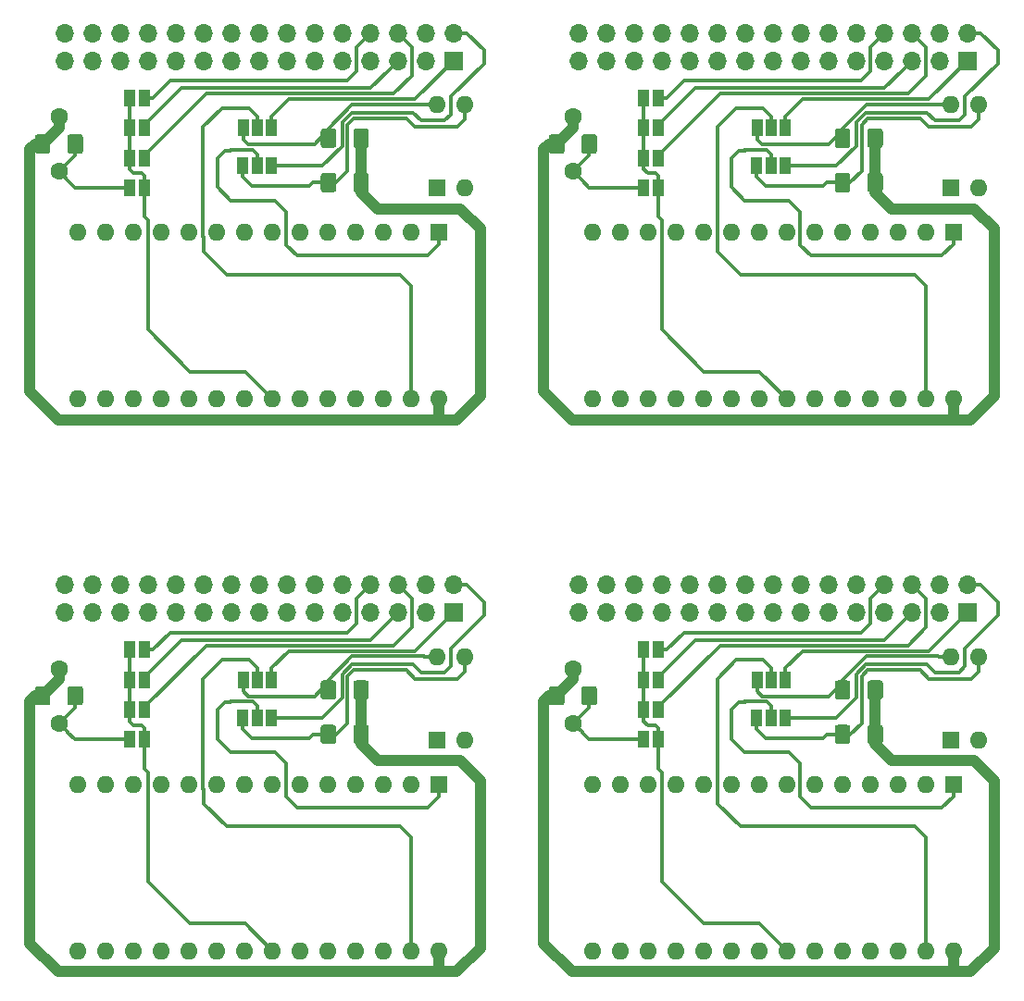
<source format=gbr>
G04 #@! TF.GenerationSoftware,KiCad,Pcbnew,(5.1.5)-3*
G04 #@! TF.CreationDate,2021-01-17T18:04:29-08:00*
G04 #@! TF.ProjectId,YamahaMSX_MiniCartridge,59616d61-6861-44d5-9358-5f4d696e6943,rev?*
G04 #@! TF.SameCoordinates,Original*
G04 #@! TF.FileFunction,Copper,L1,Top*
G04 #@! TF.FilePolarity,Positive*
%FSLAX46Y46*%
G04 Gerber Fmt 4.6, Leading zero omitted, Abs format (unit mm)*
G04 Created by KiCad (PCBNEW (5.1.5)-3) date 2021-01-17 18:04:29*
%MOMM*%
%LPD*%
G04 APERTURE LIST*
%ADD10C,0.100000*%
%ADD11R,1.700000X1.700000*%
%ADD12O,1.700000X1.700000*%
%ADD13R,1.000000X1.500000*%
%ADD14R,1.600000X1.600000*%
%ADD15O,1.600000X1.600000*%
%ADD16C,1.600000*%
%ADD17C,0.300000*%
%ADD18C,1.000000*%
G04 APERTURE END LIST*
G04 #@! TA.AperFunction,SMDPad,CuDef*
D10*
G36*
X93210769Y-93365001D02*
G01*
X93234976Y-93368592D01*
X93258715Y-93374538D01*
X93281757Y-93382782D01*
X93303880Y-93393246D01*
X93324871Y-93405827D01*
X93344527Y-93420405D01*
X93362660Y-93436840D01*
X93379095Y-93454973D01*
X93393673Y-93474629D01*
X93406254Y-93495620D01*
X93416718Y-93517743D01*
X93424962Y-93540785D01*
X93430908Y-93564524D01*
X93434499Y-93588731D01*
X93435700Y-93613174D01*
X93435700Y-94864426D01*
X93434499Y-94888869D01*
X93430908Y-94913076D01*
X93424962Y-94936815D01*
X93416718Y-94959857D01*
X93406254Y-94981980D01*
X93393673Y-95002971D01*
X93379095Y-95022627D01*
X93362660Y-95040760D01*
X93344527Y-95057195D01*
X93324871Y-95071773D01*
X93303880Y-95084354D01*
X93281757Y-95094818D01*
X93258715Y-95103062D01*
X93234976Y-95109008D01*
X93210769Y-95112599D01*
X93186326Y-95113800D01*
X92260074Y-95113800D01*
X92235631Y-95112599D01*
X92211424Y-95109008D01*
X92187685Y-95103062D01*
X92164643Y-95094818D01*
X92142520Y-95084354D01*
X92121529Y-95071773D01*
X92101873Y-95057195D01*
X92083740Y-95040760D01*
X92067305Y-95022627D01*
X92052727Y-95002971D01*
X92040146Y-94981980D01*
X92029682Y-94959857D01*
X92021438Y-94936815D01*
X92015492Y-94913076D01*
X92011901Y-94888869D01*
X92010700Y-94864426D01*
X92010700Y-93613174D01*
X92011901Y-93588731D01*
X92015492Y-93564524D01*
X92021438Y-93540785D01*
X92029682Y-93517743D01*
X92040146Y-93495620D01*
X92052727Y-93474629D01*
X92067305Y-93454973D01*
X92083740Y-93436840D01*
X92101873Y-93420405D01*
X92121529Y-93405827D01*
X92142520Y-93393246D01*
X92164643Y-93382782D01*
X92187685Y-93374538D01*
X92211424Y-93368592D01*
X92235631Y-93365001D01*
X92260074Y-93363800D01*
X93186326Y-93363800D01*
X93210769Y-93365001D01*
G37*
G04 #@! TD.AperFunction*
G04 #@! TA.AperFunction,SMDPad,CuDef*
G36*
X90235769Y-93365001D02*
G01*
X90259976Y-93368592D01*
X90283715Y-93374538D01*
X90306757Y-93382782D01*
X90328880Y-93393246D01*
X90349871Y-93405827D01*
X90369527Y-93420405D01*
X90387660Y-93436840D01*
X90404095Y-93454973D01*
X90418673Y-93474629D01*
X90431254Y-93495620D01*
X90441718Y-93517743D01*
X90449962Y-93540785D01*
X90455908Y-93564524D01*
X90459499Y-93588731D01*
X90460700Y-93613174D01*
X90460700Y-94864426D01*
X90459499Y-94888869D01*
X90455908Y-94913076D01*
X90449962Y-94936815D01*
X90441718Y-94959857D01*
X90431254Y-94981980D01*
X90418673Y-95002971D01*
X90404095Y-95022627D01*
X90387660Y-95040760D01*
X90369527Y-95057195D01*
X90349871Y-95071773D01*
X90328880Y-95084354D01*
X90306757Y-95094818D01*
X90283715Y-95103062D01*
X90259976Y-95109008D01*
X90235769Y-95112599D01*
X90211326Y-95113800D01*
X89285074Y-95113800D01*
X89260631Y-95112599D01*
X89236424Y-95109008D01*
X89212685Y-95103062D01*
X89189643Y-95094818D01*
X89167520Y-95084354D01*
X89146529Y-95071773D01*
X89126873Y-95057195D01*
X89108740Y-95040760D01*
X89092305Y-95022627D01*
X89077727Y-95002971D01*
X89065146Y-94981980D01*
X89054682Y-94959857D01*
X89046438Y-94936815D01*
X89040492Y-94913076D01*
X89036901Y-94888869D01*
X89035700Y-94864426D01*
X89035700Y-93613174D01*
X89036901Y-93588731D01*
X89040492Y-93564524D01*
X89046438Y-93540785D01*
X89054682Y-93517743D01*
X89065146Y-93495620D01*
X89077727Y-93474629D01*
X89092305Y-93454973D01*
X89108740Y-93436840D01*
X89126873Y-93420405D01*
X89146529Y-93405827D01*
X89167520Y-93393246D01*
X89189643Y-93382782D01*
X89212685Y-93374538D01*
X89236424Y-93368592D01*
X89260631Y-93365001D01*
X89285074Y-93363800D01*
X90211326Y-93363800D01*
X90235769Y-93365001D01*
G37*
G04 #@! TD.AperFunction*
G04 #@! TA.AperFunction,SMDPad,CuDef*
G36*
X46210769Y-93365001D02*
G01*
X46234976Y-93368592D01*
X46258715Y-93374538D01*
X46281757Y-93382782D01*
X46303880Y-93393246D01*
X46324871Y-93405827D01*
X46344527Y-93420405D01*
X46362660Y-93436840D01*
X46379095Y-93454973D01*
X46393673Y-93474629D01*
X46406254Y-93495620D01*
X46416718Y-93517743D01*
X46424962Y-93540785D01*
X46430908Y-93564524D01*
X46434499Y-93588731D01*
X46435700Y-93613174D01*
X46435700Y-94864426D01*
X46434499Y-94888869D01*
X46430908Y-94913076D01*
X46424962Y-94936815D01*
X46416718Y-94959857D01*
X46406254Y-94981980D01*
X46393673Y-95002971D01*
X46379095Y-95022627D01*
X46362660Y-95040760D01*
X46344527Y-95057195D01*
X46324871Y-95071773D01*
X46303880Y-95084354D01*
X46281757Y-95094818D01*
X46258715Y-95103062D01*
X46234976Y-95109008D01*
X46210769Y-95112599D01*
X46186326Y-95113800D01*
X45260074Y-95113800D01*
X45235631Y-95112599D01*
X45211424Y-95109008D01*
X45187685Y-95103062D01*
X45164643Y-95094818D01*
X45142520Y-95084354D01*
X45121529Y-95071773D01*
X45101873Y-95057195D01*
X45083740Y-95040760D01*
X45067305Y-95022627D01*
X45052727Y-95002971D01*
X45040146Y-94981980D01*
X45029682Y-94959857D01*
X45021438Y-94936815D01*
X45015492Y-94913076D01*
X45011901Y-94888869D01*
X45010700Y-94864426D01*
X45010700Y-93613174D01*
X45011901Y-93588731D01*
X45015492Y-93564524D01*
X45021438Y-93540785D01*
X45029682Y-93517743D01*
X45040146Y-93495620D01*
X45052727Y-93474629D01*
X45067305Y-93454973D01*
X45083740Y-93436840D01*
X45101873Y-93420405D01*
X45121529Y-93405827D01*
X45142520Y-93393246D01*
X45164643Y-93382782D01*
X45187685Y-93374538D01*
X45211424Y-93368592D01*
X45235631Y-93365001D01*
X45260074Y-93363800D01*
X46186326Y-93363800D01*
X46210769Y-93365001D01*
G37*
G04 #@! TD.AperFunction*
G04 #@! TA.AperFunction,SMDPad,CuDef*
G36*
X43235769Y-93365001D02*
G01*
X43259976Y-93368592D01*
X43283715Y-93374538D01*
X43306757Y-93382782D01*
X43328880Y-93393246D01*
X43349871Y-93405827D01*
X43369527Y-93420405D01*
X43387660Y-93436840D01*
X43404095Y-93454973D01*
X43418673Y-93474629D01*
X43431254Y-93495620D01*
X43441718Y-93517743D01*
X43449962Y-93540785D01*
X43455908Y-93564524D01*
X43459499Y-93588731D01*
X43460700Y-93613174D01*
X43460700Y-94864426D01*
X43459499Y-94888869D01*
X43455908Y-94913076D01*
X43449962Y-94936815D01*
X43441718Y-94959857D01*
X43431254Y-94981980D01*
X43418673Y-95002971D01*
X43404095Y-95022627D01*
X43387660Y-95040760D01*
X43369527Y-95057195D01*
X43349871Y-95071773D01*
X43328880Y-95084354D01*
X43306757Y-95094818D01*
X43283715Y-95103062D01*
X43259976Y-95109008D01*
X43235769Y-95112599D01*
X43211326Y-95113800D01*
X42285074Y-95113800D01*
X42260631Y-95112599D01*
X42236424Y-95109008D01*
X42212685Y-95103062D01*
X42189643Y-95094818D01*
X42167520Y-95084354D01*
X42146529Y-95071773D01*
X42126873Y-95057195D01*
X42108740Y-95040760D01*
X42092305Y-95022627D01*
X42077727Y-95002971D01*
X42065146Y-94981980D01*
X42054682Y-94959857D01*
X42046438Y-94936815D01*
X42040492Y-94913076D01*
X42036901Y-94888869D01*
X42035700Y-94864426D01*
X42035700Y-93613174D01*
X42036901Y-93588731D01*
X42040492Y-93564524D01*
X42046438Y-93540785D01*
X42054682Y-93517743D01*
X42065146Y-93495620D01*
X42077727Y-93474629D01*
X42092305Y-93454973D01*
X42108740Y-93436840D01*
X42126873Y-93420405D01*
X42146529Y-93405827D01*
X42167520Y-93393246D01*
X42189643Y-93382782D01*
X42212685Y-93374538D01*
X42236424Y-93368592D01*
X42260631Y-93365001D01*
X42285074Y-93363800D01*
X43211326Y-93363800D01*
X43235769Y-93365001D01*
G37*
G04 #@! TD.AperFunction*
G04 #@! TA.AperFunction,SMDPad,CuDef*
G36*
X93210769Y-42865001D02*
G01*
X93234976Y-42868592D01*
X93258715Y-42874538D01*
X93281757Y-42882782D01*
X93303880Y-42893246D01*
X93324871Y-42905827D01*
X93344527Y-42920405D01*
X93362660Y-42936840D01*
X93379095Y-42954973D01*
X93393673Y-42974629D01*
X93406254Y-42995620D01*
X93416718Y-43017743D01*
X93424962Y-43040785D01*
X93430908Y-43064524D01*
X93434499Y-43088731D01*
X93435700Y-43113174D01*
X93435700Y-44364426D01*
X93434499Y-44388869D01*
X93430908Y-44413076D01*
X93424962Y-44436815D01*
X93416718Y-44459857D01*
X93406254Y-44481980D01*
X93393673Y-44502971D01*
X93379095Y-44522627D01*
X93362660Y-44540760D01*
X93344527Y-44557195D01*
X93324871Y-44571773D01*
X93303880Y-44584354D01*
X93281757Y-44594818D01*
X93258715Y-44603062D01*
X93234976Y-44609008D01*
X93210769Y-44612599D01*
X93186326Y-44613800D01*
X92260074Y-44613800D01*
X92235631Y-44612599D01*
X92211424Y-44609008D01*
X92187685Y-44603062D01*
X92164643Y-44594818D01*
X92142520Y-44584354D01*
X92121529Y-44571773D01*
X92101873Y-44557195D01*
X92083740Y-44540760D01*
X92067305Y-44522627D01*
X92052727Y-44502971D01*
X92040146Y-44481980D01*
X92029682Y-44459857D01*
X92021438Y-44436815D01*
X92015492Y-44413076D01*
X92011901Y-44388869D01*
X92010700Y-44364426D01*
X92010700Y-43113174D01*
X92011901Y-43088731D01*
X92015492Y-43064524D01*
X92021438Y-43040785D01*
X92029682Y-43017743D01*
X92040146Y-42995620D01*
X92052727Y-42974629D01*
X92067305Y-42954973D01*
X92083740Y-42936840D01*
X92101873Y-42920405D01*
X92121529Y-42905827D01*
X92142520Y-42893246D01*
X92164643Y-42882782D01*
X92187685Y-42874538D01*
X92211424Y-42868592D01*
X92235631Y-42865001D01*
X92260074Y-42863800D01*
X93186326Y-42863800D01*
X93210769Y-42865001D01*
G37*
G04 #@! TD.AperFunction*
G04 #@! TA.AperFunction,SMDPad,CuDef*
G36*
X90235769Y-42865001D02*
G01*
X90259976Y-42868592D01*
X90283715Y-42874538D01*
X90306757Y-42882782D01*
X90328880Y-42893246D01*
X90349871Y-42905827D01*
X90369527Y-42920405D01*
X90387660Y-42936840D01*
X90404095Y-42954973D01*
X90418673Y-42974629D01*
X90431254Y-42995620D01*
X90441718Y-43017743D01*
X90449962Y-43040785D01*
X90455908Y-43064524D01*
X90459499Y-43088731D01*
X90460700Y-43113174D01*
X90460700Y-44364426D01*
X90459499Y-44388869D01*
X90455908Y-44413076D01*
X90449962Y-44436815D01*
X90441718Y-44459857D01*
X90431254Y-44481980D01*
X90418673Y-44502971D01*
X90404095Y-44522627D01*
X90387660Y-44540760D01*
X90369527Y-44557195D01*
X90349871Y-44571773D01*
X90328880Y-44584354D01*
X90306757Y-44594818D01*
X90283715Y-44603062D01*
X90259976Y-44609008D01*
X90235769Y-44612599D01*
X90211326Y-44613800D01*
X89285074Y-44613800D01*
X89260631Y-44612599D01*
X89236424Y-44609008D01*
X89212685Y-44603062D01*
X89189643Y-44594818D01*
X89167520Y-44584354D01*
X89146529Y-44571773D01*
X89126873Y-44557195D01*
X89108740Y-44540760D01*
X89092305Y-44522627D01*
X89077727Y-44502971D01*
X89065146Y-44481980D01*
X89054682Y-44459857D01*
X89046438Y-44436815D01*
X89040492Y-44413076D01*
X89036901Y-44388869D01*
X89035700Y-44364426D01*
X89035700Y-43113174D01*
X89036901Y-43088731D01*
X89040492Y-43064524D01*
X89046438Y-43040785D01*
X89054682Y-43017743D01*
X89065146Y-42995620D01*
X89077727Y-42974629D01*
X89092305Y-42954973D01*
X89108740Y-42936840D01*
X89126873Y-42920405D01*
X89146529Y-42905827D01*
X89167520Y-42893246D01*
X89189643Y-42882782D01*
X89212685Y-42874538D01*
X89236424Y-42868592D01*
X89260631Y-42865001D01*
X89285074Y-42863800D01*
X90211326Y-42863800D01*
X90235769Y-42865001D01*
G37*
G04 #@! TD.AperFunction*
D11*
X127314800Y-86618800D03*
D12*
X127314800Y-84078800D03*
X124774800Y-86618800D03*
X124774800Y-84078800D03*
X122234800Y-86618800D03*
X122234800Y-84078800D03*
X119694800Y-86618800D03*
X119694800Y-84078800D03*
X117154800Y-86618800D03*
X117154800Y-84078800D03*
X114614800Y-86618800D03*
X114614800Y-84078800D03*
X112074800Y-86618800D03*
X112074800Y-84078800D03*
X109534800Y-86618800D03*
X109534800Y-84078800D03*
X106994800Y-86618800D03*
X106994800Y-84078800D03*
X104454800Y-86618800D03*
X104454800Y-84078800D03*
X101914800Y-86618800D03*
X101914800Y-84078800D03*
X99374800Y-86618800D03*
X99374800Y-84078800D03*
X96834800Y-86618800D03*
X96834800Y-84078800D03*
X94294800Y-86618800D03*
X94294800Y-84078800D03*
X91754800Y-86618800D03*
X91754800Y-84078800D03*
D11*
X80314800Y-86618800D03*
D12*
X80314800Y-84078800D03*
X77774800Y-86618800D03*
X77774800Y-84078800D03*
X75234800Y-86618800D03*
X75234800Y-84078800D03*
X72694800Y-86618800D03*
X72694800Y-84078800D03*
X70154800Y-86618800D03*
X70154800Y-84078800D03*
X67614800Y-86618800D03*
X67614800Y-84078800D03*
X65074800Y-86618800D03*
X65074800Y-84078800D03*
X62534800Y-86618800D03*
X62534800Y-84078800D03*
X59994800Y-86618800D03*
X59994800Y-84078800D03*
X57454800Y-86618800D03*
X57454800Y-84078800D03*
X54914800Y-86618800D03*
X54914800Y-84078800D03*
X52374800Y-86618800D03*
X52374800Y-84078800D03*
X49834800Y-86618800D03*
X49834800Y-84078800D03*
X47294800Y-86618800D03*
X47294800Y-84078800D03*
X44754800Y-86618800D03*
X44754800Y-84078800D03*
D11*
X127314800Y-36118800D03*
D12*
X127314800Y-33578800D03*
X124774800Y-36118800D03*
X124774800Y-33578800D03*
X122234800Y-36118800D03*
X122234800Y-33578800D03*
X119694800Y-36118800D03*
X119694800Y-33578800D03*
X117154800Y-36118800D03*
X117154800Y-33578800D03*
X114614800Y-36118800D03*
X114614800Y-33578800D03*
X112074800Y-36118800D03*
X112074800Y-33578800D03*
X109534800Y-36118800D03*
X109534800Y-33578800D03*
X106994800Y-36118800D03*
X106994800Y-33578800D03*
X104454800Y-36118800D03*
X104454800Y-33578800D03*
X101914800Y-36118800D03*
X101914800Y-33578800D03*
X99374800Y-36118800D03*
X99374800Y-33578800D03*
X96834800Y-36118800D03*
X96834800Y-33578800D03*
X94294800Y-36118800D03*
X94294800Y-33578800D03*
X91754800Y-36118800D03*
X91754800Y-33578800D03*
D13*
X97734200Y-98226600D03*
X99034200Y-98226600D03*
X50734200Y-98226600D03*
X52034200Y-98226600D03*
X97734200Y-47726600D03*
X99034200Y-47726600D03*
X110657000Y-96220000D03*
X109357000Y-96220000D03*
X108057000Y-96220000D03*
X63657000Y-96220000D03*
X62357000Y-96220000D03*
X61057000Y-96220000D03*
X110657000Y-45720000D03*
X109357000Y-45720000D03*
X108057000Y-45720000D03*
G04 #@! TA.AperFunction,SMDPad,CuDef*
D10*
G36*
X119357904Y-92831604D02*
G01*
X119382173Y-92835204D01*
X119405971Y-92841165D01*
X119429071Y-92849430D01*
X119451249Y-92859920D01*
X119472293Y-92872533D01*
X119491998Y-92887147D01*
X119510177Y-92903623D01*
X119526653Y-92921802D01*
X119541267Y-92941507D01*
X119553880Y-92962551D01*
X119564370Y-92984729D01*
X119572635Y-93007829D01*
X119578596Y-93031627D01*
X119582196Y-93055896D01*
X119583400Y-93080400D01*
X119583400Y-94330400D01*
X119582196Y-94354904D01*
X119578596Y-94379173D01*
X119572635Y-94402971D01*
X119564370Y-94426071D01*
X119553880Y-94448249D01*
X119541267Y-94469293D01*
X119526653Y-94488998D01*
X119510177Y-94507177D01*
X119491998Y-94523653D01*
X119472293Y-94538267D01*
X119451249Y-94550880D01*
X119429071Y-94561370D01*
X119405971Y-94569635D01*
X119382173Y-94575596D01*
X119357904Y-94579196D01*
X119333400Y-94580400D01*
X118408400Y-94580400D01*
X118383896Y-94579196D01*
X118359627Y-94575596D01*
X118335829Y-94569635D01*
X118312729Y-94561370D01*
X118290551Y-94550880D01*
X118269507Y-94538267D01*
X118249802Y-94523653D01*
X118231623Y-94507177D01*
X118215147Y-94488998D01*
X118200533Y-94469293D01*
X118187920Y-94448249D01*
X118177430Y-94426071D01*
X118169165Y-94402971D01*
X118163204Y-94379173D01*
X118159604Y-94354904D01*
X118158400Y-94330400D01*
X118158400Y-93080400D01*
X118159604Y-93055896D01*
X118163204Y-93031627D01*
X118169165Y-93007829D01*
X118177430Y-92984729D01*
X118187920Y-92962551D01*
X118200533Y-92941507D01*
X118215147Y-92921802D01*
X118231623Y-92903623D01*
X118249802Y-92887147D01*
X118269507Y-92872533D01*
X118290551Y-92859920D01*
X118312729Y-92849430D01*
X118335829Y-92841165D01*
X118359627Y-92835204D01*
X118383896Y-92831604D01*
X118408400Y-92830400D01*
X119333400Y-92830400D01*
X119357904Y-92831604D01*
G37*
G04 #@! TD.AperFunction*
G04 #@! TA.AperFunction,SMDPad,CuDef*
G36*
X116382904Y-92831604D02*
G01*
X116407173Y-92835204D01*
X116430971Y-92841165D01*
X116454071Y-92849430D01*
X116476249Y-92859920D01*
X116497293Y-92872533D01*
X116516998Y-92887147D01*
X116535177Y-92903623D01*
X116551653Y-92921802D01*
X116566267Y-92941507D01*
X116578880Y-92962551D01*
X116589370Y-92984729D01*
X116597635Y-93007829D01*
X116603596Y-93031627D01*
X116607196Y-93055896D01*
X116608400Y-93080400D01*
X116608400Y-94330400D01*
X116607196Y-94354904D01*
X116603596Y-94379173D01*
X116597635Y-94402971D01*
X116589370Y-94426071D01*
X116578880Y-94448249D01*
X116566267Y-94469293D01*
X116551653Y-94488998D01*
X116535177Y-94507177D01*
X116516998Y-94523653D01*
X116497293Y-94538267D01*
X116476249Y-94550880D01*
X116454071Y-94561370D01*
X116430971Y-94569635D01*
X116407173Y-94575596D01*
X116382904Y-94579196D01*
X116358400Y-94580400D01*
X115433400Y-94580400D01*
X115408896Y-94579196D01*
X115384627Y-94575596D01*
X115360829Y-94569635D01*
X115337729Y-94561370D01*
X115315551Y-94550880D01*
X115294507Y-94538267D01*
X115274802Y-94523653D01*
X115256623Y-94507177D01*
X115240147Y-94488998D01*
X115225533Y-94469293D01*
X115212920Y-94448249D01*
X115202430Y-94426071D01*
X115194165Y-94402971D01*
X115188204Y-94379173D01*
X115184604Y-94354904D01*
X115183400Y-94330400D01*
X115183400Y-93080400D01*
X115184604Y-93055896D01*
X115188204Y-93031627D01*
X115194165Y-93007829D01*
X115202430Y-92984729D01*
X115212920Y-92962551D01*
X115225533Y-92941507D01*
X115240147Y-92921802D01*
X115256623Y-92903623D01*
X115274802Y-92887147D01*
X115294507Y-92872533D01*
X115315551Y-92859920D01*
X115337729Y-92849430D01*
X115360829Y-92841165D01*
X115384627Y-92835204D01*
X115408896Y-92831604D01*
X115433400Y-92830400D01*
X116358400Y-92830400D01*
X116382904Y-92831604D01*
G37*
G04 #@! TD.AperFunction*
G04 #@! TA.AperFunction,SMDPad,CuDef*
G36*
X72357904Y-92831604D02*
G01*
X72382173Y-92835204D01*
X72405971Y-92841165D01*
X72429071Y-92849430D01*
X72451249Y-92859920D01*
X72472293Y-92872533D01*
X72491998Y-92887147D01*
X72510177Y-92903623D01*
X72526653Y-92921802D01*
X72541267Y-92941507D01*
X72553880Y-92962551D01*
X72564370Y-92984729D01*
X72572635Y-93007829D01*
X72578596Y-93031627D01*
X72582196Y-93055896D01*
X72583400Y-93080400D01*
X72583400Y-94330400D01*
X72582196Y-94354904D01*
X72578596Y-94379173D01*
X72572635Y-94402971D01*
X72564370Y-94426071D01*
X72553880Y-94448249D01*
X72541267Y-94469293D01*
X72526653Y-94488998D01*
X72510177Y-94507177D01*
X72491998Y-94523653D01*
X72472293Y-94538267D01*
X72451249Y-94550880D01*
X72429071Y-94561370D01*
X72405971Y-94569635D01*
X72382173Y-94575596D01*
X72357904Y-94579196D01*
X72333400Y-94580400D01*
X71408400Y-94580400D01*
X71383896Y-94579196D01*
X71359627Y-94575596D01*
X71335829Y-94569635D01*
X71312729Y-94561370D01*
X71290551Y-94550880D01*
X71269507Y-94538267D01*
X71249802Y-94523653D01*
X71231623Y-94507177D01*
X71215147Y-94488998D01*
X71200533Y-94469293D01*
X71187920Y-94448249D01*
X71177430Y-94426071D01*
X71169165Y-94402971D01*
X71163204Y-94379173D01*
X71159604Y-94354904D01*
X71158400Y-94330400D01*
X71158400Y-93080400D01*
X71159604Y-93055896D01*
X71163204Y-93031627D01*
X71169165Y-93007829D01*
X71177430Y-92984729D01*
X71187920Y-92962551D01*
X71200533Y-92941507D01*
X71215147Y-92921802D01*
X71231623Y-92903623D01*
X71249802Y-92887147D01*
X71269507Y-92872533D01*
X71290551Y-92859920D01*
X71312729Y-92849430D01*
X71335829Y-92841165D01*
X71359627Y-92835204D01*
X71383896Y-92831604D01*
X71408400Y-92830400D01*
X72333400Y-92830400D01*
X72357904Y-92831604D01*
G37*
G04 #@! TD.AperFunction*
G04 #@! TA.AperFunction,SMDPad,CuDef*
G36*
X69382904Y-92831604D02*
G01*
X69407173Y-92835204D01*
X69430971Y-92841165D01*
X69454071Y-92849430D01*
X69476249Y-92859920D01*
X69497293Y-92872533D01*
X69516998Y-92887147D01*
X69535177Y-92903623D01*
X69551653Y-92921802D01*
X69566267Y-92941507D01*
X69578880Y-92962551D01*
X69589370Y-92984729D01*
X69597635Y-93007829D01*
X69603596Y-93031627D01*
X69607196Y-93055896D01*
X69608400Y-93080400D01*
X69608400Y-94330400D01*
X69607196Y-94354904D01*
X69603596Y-94379173D01*
X69597635Y-94402971D01*
X69589370Y-94426071D01*
X69578880Y-94448249D01*
X69566267Y-94469293D01*
X69551653Y-94488998D01*
X69535177Y-94507177D01*
X69516998Y-94523653D01*
X69497293Y-94538267D01*
X69476249Y-94550880D01*
X69454071Y-94561370D01*
X69430971Y-94569635D01*
X69407173Y-94575596D01*
X69382904Y-94579196D01*
X69358400Y-94580400D01*
X68433400Y-94580400D01*
X68408896Y-94579196D01*
X68384627Y-94575596D01*
X68360829Y-94569635D01*
X68337729Y-94561370D01*
X68315551Y-94550880D01*
X68294507Y-94538267D01*
X68274802Y-94523653D01*
X68256623Y-94507177D01*
X68240147Y-94488998D01*
X68225533Y-94469293D01*
X68212920Y-94448249D01*
X68202430Y-94426071D01*
X68194165Y-94402971D01*
X68188204Y-94379173D01*
X68184604Y-94354904D01*
X68183400Y-94330400D01*
X68183400Y-93080400D01*
X68184604Y-93055896D01*
X68188204Y-93031627D01*
X68194165Y-93007829D01*
X68202430Y-92984729D01*
X68212920Y-92962551D01*
X68225533Y-92941507D01*
X68240147Y-92921802D01*
X68256623Y-92903623D01*
X68274802Y-92887147D01*
X68294507Y-92872533D01*
X68315551Y-92859920D01*
X68337729Y-92849430D01*
X68360829Y-92841165D01*
X68384627Y-92835204D01*
X68408896Y-92831604D01*
X68433400Y-92830400D01*
X69358400Y-92830400D01*
X69382904Y-92831604D01*
G37*
G04 #@! TD.AperFunction*
G04 #@! TA.AperFunction,SMDPad,CuDef*
G36*
X119357904Y-42331604D02*
G01*
X119382173Y-42335204D01*
X119405971Y-42341165D01*
X119429071Y-42349430D01*
X119451249Y-42359920D01*
X119472293Y-42372533D01*
X119491998Y-42387147D01*
X119510177Y-42403623D01*
X119526653Y-42421802D01*
X119541267Y-42441507D01*
X119553880Y-42462551D01*
X119564370Y-42484729D01*
X119572635Y-42507829D01*
X119578596Y-42531627D01*
X119582196Y-42555896D01*
X119583400Y-42580400D01*
X119583400Y-43830400D01*
X119582196Y-43854904D01*
X119578596Y-43879173D01*
X119572635Y-43902971D01*
X119564370Y-43926071D01*
X119553880Y-43948249D01*
X119541267Y-43969293D01*
X119526653Y-43988998D01*
X119510177Y-44007177D01*
X119491998Y-44023653D01*
X119472293Y-44038267D01*
X119451249Y-44050880D01*
X119429071Y-44061370D01*
X119405971Y-44069635D01*
X119382173Y-44075596D01*
X119357904Y-44079196D01*
X119333400Y-44080400D01*
X118408400Y-44080400D01*
X118383896Y-44079196D01*
X118359627Y-44075596D01*
X118335829Y-44069635D01*
X118312729Y-44061370D01*
X118290551Y-44050880D01*
X118269507Y-44038267D01*
X118249802Y-44023653D01*
X118231623Y-44007177D01*
X118215147Y-43988998D01*
X118200533Y-43969293D01*
X118187920Y-43948249D01*
X118177430Y-43926071D01*
X118169165Y-43902971D01*
X118163204Y-43879173D01*
X118159604Y-43854904D01*
X118158400Y-43830400D01*
X118158400Y-42580400D01*
X118159604Y-42555896D01*
X118163204Y-42531627D01*
X118169165Y-42507829D01*
X118177430Y-42484729D01*
X118187920Y-42462551D01*
X118200533Y-42441507D01*
X118215147Y-42421802D01*
X118231623Y-42403623D01*
X118249802Y-42387147D01*
X118269507Y-42372533D01*
X118290551Y-42359920D01*
X118312729Y-42349430D01*
X118335829Y-42341165D01*
X118359627Y-42335204D01*
X118383896Y-42331604D01*
X118408400Y-42330400D01*
X119333400Y-42330400D01*
X119357904Y-42331604D01*
G37*
G04 #@! TD.AperFunction*
G04 #@! TA.AperFunction,SMDPad,CuDef*
G36*
X116382904Y-42331604D02*
G01*
X116407173Y-42335204D01*
X116430971Y-42341165D01*
X116454071Y-42349430D01*
X116476249Y-42359920D01*
X116497293Y-42372533D01*
X116516998Y-42387147D01*
X116535177Y-42403623D01*
X116551653Y-42421802D01*
X116566267Y-42441507D01*
X116578880Y-42462551D01*
X116589370Y-42484729D01*
X116597635Y-42507829D01*
X116603596Y-42531627D01*
X116607196Y-42555896D01*
X116608400Y-42580400D01*
X116608400Y-43830400D01*
X116607196Y-43854904D01*
X116603596Y-43879173D01*
X116597635Y-43902971D01*
X116589370Y-43926071D01*
X116578880Y-43948249D01*
X116566267Y-43969293D01*
X116551653Y-43988998D01*
X116535177Y-44007177D01*
X116516998Y-44023653D01*
X116497293Y-44038267D01*
X116476249Y-44050880D01*
X116454071Y-44061370D01*
X116430971Y-44069635D01*
X116407173Y-44075596D01*
X116382904Y-44079196D01*
X116358400Y-44080400D01*
X115433400Y-44080400D01*
X115408896Y-44079196D01*
X115384627Y-44075596D01*
X115360829Y-44069635D01*
X115337729Y-44061370D01*
X115315551Y-44050880D01*
X115294507Y-44038267D01*
X115274802Y-44023653D01*
X115256623Y-44007177D01*
X115240147Y-43988998D01*
X115225533Y-43969293D01*
X115212920Y-43948249D01*
X115202430Y-43926071D01*
X115194165Y-43902971D01*
X115188204Y-43879173D01*
X115184604Y-43854904D01*
X115183400Y-43830400D01*
X115183400Y-42580400D01*
X115184604Y-42555896D01*
X115188204Y-42531627D01*
X115194165Y-42507829D01*
X115202430Y-42484729D01*
X115212920Y-42462551D01*
X115225533Y-42441507D01*
X115240147Y-42421802D01*
X115256623Y-42403623D01*
X115274802Y-42387147D01*
X115294507Y-42372533D01*
X115315551Y-42359920D01*
X115337729Y-42349430D01*
X115360829Y-42341165D01*
X115384627Y-42335204D01*
X115408896Y-42331604D01*
X115433400Y-42330400D01*
X116358400Y-42330400D01*
X116382904Y-42331604D01*
G37*
G04 #@! TD.AperFunction*
D13*
X99034200Y-92765600D03*
X97734200Y-92765600D03*
X52034200Y-92765600D03*
X50734200Y-92765600D03*
X99034200Y-42265600D03*
X97734200Y-42265600D03*
X110677800Y-92765600D03*
X109377800Y-92765600D03*
X108077800Y-92765600D03*
X63677800Y-92765600D03*
X62377800Y-92765600D03*
X61077800Y-92765600D03*
X110677800Y-42265600D03*
X109377800Y-42265600D03*
X108077800Y-42265600D03*
D14*
X125790800Y-98252000D03*
D15*
X128330800Y-90632000D03*
X128330800Y-98252000D03*
X125790800Y-90632000D03*
D14*
X78790800Y-98252000D03*
D15*
X81330800Y-90632000D03*
X81330800Y-98252000D03*
X78790800Y-90632000D03*
D14*
X125790800Y-47752000D03*
D15*
X128330800Y-40132000D03*
X128330800Y-47752000D03*
X125790800Y-40132000D03*
D16*
X91272200Y-91749600D03*
X91272200Y-96749600D03*
X44272200Y-91749600D03*
X44272200Y-96749600D03*
X91272200Y-41249600D03*
X91272200Y-46249600D03*
G04 #@! TA.AperFunction,SMDPad,CuDef*
D10*
G36*
X119357904Y-96895604D02*
G01*
X119382173Y-96899204D01*
X119405971Y-96905165D01*
X119429071Y-96913430D01*
X119451249Y-96923920D01*
X119472293Y-96936533D01*
X119491998Y-96951147D01*
X119510177Y-96967623D01*
X119526653Y-96985802D01*
X119541267Y-97005507D01*
X119553880Y-97026551D01*
X119564370Y-97048729D01*
X119572635Y-97071829D01*
X119578596Y-97095627D01*
X119582196Y-97119896D01*
X119583400Y-97144400D01*
X119583400Y-98394400D01*
X119582196Y-98418904D01*
X119578596Y-98443173D01*
X119572635Y-98466971D01*
X119564370Y-98490071D01*
X119553880Y-98512249D01*
X119541267Y-98533293D01*
X119526653Y-98552998D01*
X119510177Y-98571177D01*
X119491998Y-98587653D01*
X119472293Y-98602267D01*
X119451249Y-98614880D01*
X119429071Y-98625370D01*
X119405971Y-98633635D01*
X119382173Y-98639596D01*
X119357904Y-98643196D01*
X119333400Y-98644400D01*
X118408400Y-98644400D01*
X118383896Y-98643196D01*
X118359627Y-98639596D01*
X118335829Y-98633635D01*
X118312729Y-98625370D01*
X118290551Y-98614880D01*
X118269507Y-98602267D01*
X118249802Y-98587653D01*
X118231623Y-98571177D01*
X118215147Y-98552998D01*
X118200533Y-98533293D01*
X118187920Y-98512249D01*
X118177430Y-98490071D01*
X118169165Y-98466971D01*
X118163204Y-98443173D01*
X118159604Y-98418904D01*
X118158400Y-98394400D01*
X118158400Y-97144400D01*
X118159604Y-97119896D01*
X118163204Y-97095627D01*
X118169165Y-97071829D01*
X118177430Y-97048729D01*
X118187920Y-97026551D01*
X118200533Y-97005507D01*
X118215147Y-96985802D01*
X118231623Y-96967623D01*
X118249802Y-96951147D01*
X118269507Y-96936533D01*
X118290551Y-96923920D01*
X118312729Y-96913430D01*
X118335829Y-96905165D01*
X118359627Y-96899204D01*
X118383896Y-96895604D01*
X118408400Y-96894400D01*
X119333400Y-96894400D01*
X119357904Y-96895604D01*
G37*
G04 #@! TD.AperFunction*
G04 #@! TA.AperFunction,SMDPad,CuDef*
G36*
X116382904Y-96895604D02*
G01*
X116407173Y-96899204D01*
X116430971Y-96905165D01*
X116454071Y-96913430D01*
X116476249Y-96923920D01*
X116497293Y-96936533D01*
X116516998Y-96951147D01*
X116535177Y-96967623D01*
X116551653Y-96985802D01*
X116566267Y-97005507D01*
X116578880Y-97026551D01*
X116589370Y-97048729D01*
X116597635Y-97071829D01*
X116603596Y-97095627D01*
X116607196Y-97119896D01*
X116608400Y-97144400D01*
X116608400Y-98394400D01*
X116607196Y-98418904D01*
X116603596Y-98443173D01*
X116597635Y-98466971D01*
X116589370Y-98490071D01*
X116578880Y-98512249D01*
X116566267Y-98533293D01*
X116551653Y-98552998D01*
X116535177Y-98571177D01*
X116516998Y-98587653D01*
X116497293Y-98602267D01*
X116476249Y-98614880D01*
X116454071Y-98625370D01*
X116430971Y-98633635D01*
X116407173Y-98639596D01*
X116382904Y-98643196D01*
X116358400Y-98644400D01*
X115433400Y-98644400D01*
X115408896Y-98643196D01*
X115384627Y-98639596D01*
X115360829Y-98633635D01*
X115337729Y-98625370D01*
X115315551Y-98614880D01*
X115294507Y-98602267D01*
X115274802Y-98587653D01*
X115256623Y-98571177D01*
X115240147Y-98552998D01*
X115225533Y-98533293D01*
X115212920Y-98512249D01*
X115202430Y-98490071D01*
X115194165Y-98466971D01*
X115188204Y-98443173D01*
X115184604Y-98418904D01*
X115183400Y-98394400D01*
X115183400Y-97144400D01*
X115184604Y-97119896D01*
X115188204Y-97095627D01*
X115194165Y-97071829D01*
X115202430Y-97048729D01*
X115212920Y-97026551D01*
X115225533Y-97005507D01*
X115240147Y-96985802D01*
X115256623Y-96967623D01*
X115274802Y-96951147D01*
X115294507Y-96936533D01*
X115315551Y-96923920D01*
X115337729Y-96913430D01*
X115360829Y-96905165D01*
X115384627Y-96899204D01*
X115408896Y-96895604D01*
X115433400Y-96894400D01*
X116358400Y-96894400D01*
X116382904Y-96895604D01*
G37*
G04 #@! TD.AperFunction*
G04 #@! TA.AperFunction,SMDPad,CuDef*
G36*
X72357904Y-96895604D02*
G01*
X72382173Y-96899204D01*
X72405971Y-96905165D01*
X72429071Y-96913430D01*
X72451249Y-96923920D01*
X72472293Y-96936533D01*
X72491998Y-96951147D01*
X72510177Y-96967623D01*
X72526653Y-96985802D01*
X72541267Y-97005507D01*
X72553880Y-97026551D01*
X72564370Y-97048729D01*
X72572635Y-97071829D01*
X72578596Y-97095627D01*
X72582196Y-97119896D01*
X72583400Y-97144400D01*
X72583400Y-98394400D01*
X72582196Y-98418904D01*
X72578596Y-98443173D01*
X72572635Y-98466971D01*
X72564370Y-98490071D01*
X72553880Y-98512249D01*
X72541267Y-98533293D01*
X72526653Y-98552998D01*
X72510177Y-98571177D01*
X72491998Y-98587653D01*
X72472293Y-98602267D01*
X72451249Y-98614880D01*
X72429071Y-98625370D01*
X72405971Y-98633635D01*
X72382173Y-98639596D01*
X72357904Y-98643196D01*
X72333400Y-98644400D01*
X71408400Y-98644400D01*
X71383896Y-98643196D01*
X71359627Y-98639596D01*
X71335829Y-98633635D01*
X71312729Y-98625370D01*
X71290551Y-98614880D01*
X71269507Y-98602267D01*
X71249802Y-98587653D01*
X71231623Y-98571177D01*
X71215147Y-98552998D01*
X71200533Y-98533293D01*
X71187920Y-98512249D01*
X71177430Y-98490071D01*
X71169165Y-98466971D01*
X71163204Y-98443173D01*
X71159604Y-98418904D01*
X71158400Y-98394400D01*
X71158400Y-97144400D01*
X71159604Y-97119896D01*
X71163204Y-97095627D01*
X71169165Y-97071829D01*
X71177430Y-97048729D01*
X71187920Y-97026551D01*
X71200533Y-97005507D01*
X71215147Y-96985802D01*
X71231623Y-96967623D01*
X71249802Y-96951147D01*
X71269507Y-96936533D01*
X71290551Y-96923920D01*
X71312729Y-96913430D01*
X71335829Y-96905165D01*
X71359627Y-96899204D01*
X71383896Y-96895604D01*
X71408400Y-96894400D01*
X72333400Y-96894400D01*
X72357904Y-96895604D01*
G37*
G04 #@! TD.AperFunction*
G04 #@! TA.AperFunction,SMDPad,CuDef*
G36*
X69382904Y-96895604D02*
G01*
X69407173Y-96899204D01*
X69430971Y-96905165D01*
X69454071Y-96913430D01*
X69476249Y-96923920D01*
X69497293Y-96936533D01*
X69516998Y-96951147D01*
X69535177Y-96967623D01*
X69551653Y-96985802D01*
X69566267Y-97005507D01*
X69578880Y-97026551D01*
X69589370Y-97048729D01*
X69597635Y-97071829D01*
X69603596Y-97095627D01*
X69607196Y-97119896D01*
X69608400Y-97144400D01*
X69608400Y-98394400D01*
X69607196Y-98418904D01*
X69603596Y-98443173D01*
X69597635Y-98466971D01*
X69589370Y-98490071D01*
X69578880Y-98512249D01*
X69566267Y-98533293D01*
X69551653Y-98552998D01*
X69535177Y-98571177D01*
X69516998Y-98587653D01*
X69497293Y-98602267D01*
X69476249Y-98614880D01*
X69454071Y-98625370D01*
X69430971Y-98633635D01*
X69407173Y-98639596D01*
X69382904Y-98643196D01*
X69358400Y-98644400D01*
X68433400Y-98644400D01*
X68408896Y-98643196D01*
X68384627Y-98639596D01*
X68360829Y-98633635D01*
X68337729Y-98625370D01*
X68315551Y-98614880D01*
X68294507Y-98602267D01*
X68274802Y-98587653D01*
X68256623Y-98571177D01*
X68240147Y-98552998D01*
X68225533Y-98533293D01*
X68212920Y-98512249D01*
X68202430Y-98490071D01*
X68194165Y-98466971D01*
X68188204Y-98443173D01*
X68184604Y-98418904D01*
X68183400Y-98394400D01*
X68183400Y-97144400D01*
X68184604Y-97119896D01*
X68188204Y-97095627D01*
X68194165Y-97071829D01*
X68202430Y-97048729D01*
X68212920Y-97026551D01*
X68225533Y-97005507D01*
X68240147Y-96985802D01*
X68256623Y-96967623D01*
X68274802Y-96951147D01*
X68294507Y-96936533D01*
X68315551Y-96923920D01*
X68337729Y-96913430D01*
X68360829Y-96905165D01*
X68384627Y-96899204D01*
X68408896Y-96895604D01*
X68433400Y-96894400D01*
X69358400Y-96894400D01*
X69382904Y-96895604D01*
G37*
G04 #@! TD.AperFunction*
G04 #@! TA.AperFunction,SMDPad,CuDef*
G36*
X119357904Y-46395604D02*
G01*
X119382173Y-46399204D01*
X119405971Y-46405165D01*
X119429071Y-46413430D01*
X119451249Y-46423920D01*
X119472293Y-46436533D01*
X119491998Y-46451147D01*
X119510177Y-46467623D01*
X119526653Y-46485802D01*
X119541267Y-46505507D01*
X119553880Y-46526551D01*
X119564370Y-46548729D01*
X119572635Y-46571829D01*
X119578596Y-46595627D01*
X119582196Y-46619896D01*
X119583400Y-46644400D01*
X119583400Y-47894400D01*
X119582196Y-47918904D01*
X119578596Y-47943173D01*
X119572635Y-47966971D01*
X119564370Y-47990071D01*
X119553880Y-48012249D01*
X119541267Y-48033293D01*
X119526653Y-48052998D01*
X119510177Y-48071177D01*
X119491998Y-48087653D01*
X119472293Y-48102267D01*
X119451249Y-48114880D01*
X119429071Y-48125370D01*
X119405971Y-48133635D01*
X119382173Y-48139596D01*
X119357904Y-48143196D01*
X119333400Y-48144400D01*
X118408400Y-48144400D01*
X118383896Y-48143196D01*
X118359627Y-48139596D01*
X118335829Y-48133635D01*
X118312729Y-48125370D01*
X118290551Y-48114880D01*
X118269507Y-48102267D01*
X118249802Y-48087653D01*
X118231623Y-48071177D01*
X118215147Y-48052998D01*
X118200533Y-48033293D01*
X118187920Y-48012249D01*
X118177430Y-47990071D01*
X118169165Y-47966971D01*
X118163204Y-47943173D01*
X118159604Y-47918904D01*
X118158400Y-47894400D01*
X118158400Y-46644400D01*
X118159604Y-46619896D01*
X118163204Y-46595627D01*
X118169165Y-46571829D01*
X118177430Y-46548729D01*
X118187920Y-46526551D01*
X118200533Y-46505507D01*
X118215147Y-46485802D01*
X118231623Y-46467623D01*
X118249802Y-46451147D01*
X118269507Y-46436533D01*
X118290551Y-46423920D01*
X118312729Y-46413430D01*
X118335829Y-46405165D01*
X118359627Y-46399204D01*
X118383896Y-46395604D01*
X118408400Y-46394400D01*
X119333400Y-46394400D01*
X119357904Y-46395604D01*
G37*
G04 #@! TD.AperFunction*
G04 #@! TA.AperFunction,SMDPad,CuDef*
G36*
X116382904Y-46395604D02*
G01*
X116407173Y-46399204D01*
X116430971Y-46405165D01*
X116454071Y-46413430D01*
X116476249Y-46423920D01*
X116497293Y-46436533D01*
X116516998Y-46451147D01*
X116535177Y-46467623D01*
X116551653Y-46485802D01*
X116566267Y-46505507D01*
X116578880Y-46526551D01*
X116589370Y-46548729D01*
X116597635Y-46571829D01*
X116603596Y-46595627D01*
X116607196Y-46619896D01*
X116608400Y-46644400D01*
X116608400Y-47894400D01*
X116607196Y-47918904D01*
X116603596Y-47943173D01*
X116597635Y-47966971D01*
X116589370Y-47990071D01*
X116578880Y-48012249D01*
X116566267Y-48033293D01*
X116551653Y-48052998D01*
X116535177Y-48071177D01*
X116516998Y-48087653D01*
X116497293Y-48102267D01*
X116476249Y-48114880D01*
X116454071Y-48125370D01*
X116430971Y-48133635D01*
X116407173Y-48139596D01*
X116382904Y-48143196D01*
X116358400Y-48144400D01*
X115433400Y-48144400D01*
X115408896Y-48143196D01*
X115384627Y-48139596D01*
X115360829Y-48133635D01*
X115337729Y-48125370D01*
X115315551Y-48114880D01*
X115294507Y-48102267D01*
X115274802Y-48087653D01*
X115256623Y-48071177D01*
X115240147Y-48052998D01*
X115225533Y-48033293D01*
X115212920Y-48012249D01*
X115202430Y-47990071D01*
X115194165Y-47966971D01*
X115188204Y-47943173D01*
X115184604Y-47918904D01*
X115183400Y-47894400D01*
X115183400Y-46644400D01*
X115184604Y-46619896D01*
X115188204Y-46595627D01*
X115194165Y-46571829D01*
X115202430Y-46548729D01*
X115212920Y-46526551D01*
X115225533Y-46505507D01*
X115240147Y-46485802D01*
X115256623Y-46467623D01*
X115274802Y-46451147D01*
X115294507Y-46436533D01*
X115315551Y-46423920D01*
X115337729Y-46413430D01*
X115360829Y-46405165D01*
X115384627Y-46399204D01*
X115408896Y-46395604D01*
X115433400Y-46394400D01*
X116358400Y-46394400D01*
X116382904Y-46395604D01*
G37*
G04 #@! TD.AperFunction*
D13*
X99034200Y-90022400D03*
X97734200Y-90022400D03*
X52034200Y-90022400D03*
X50734200Y-90022400D03*
X99034200Y-39522400D03*
X97734200Y-39522400D03*
X99034200Y-95534200D03*
X97734200Y-95534200D03*
X52034200Y-95534200D03*
X50734200Y-95534200D03*
X99034200Y-45034200D03*
X97734200Y-45034200D03*
D14*
X126019400Y-102316000D03*
D15*
X92999400Y-117556000D03*
X123479400Y-102316000D03*
X95539400Y-117556000D03*
X120939400Y-102316000D03*
X98079400Y-117556000D03*
X118399400Y-102316000D03*
X100619400Y-117556000D03*
X115859400Y-102316000D03*
X103159400Y-117556000D03*
X113319400Y-102316000D03*
X105699400Y-117556000D03*
X110779400Y-102316000D03*
X108239400Y-117556000D03*
X108239400Y-102316000D03*
X110779400Y-117556000D03*
X105699400Y-102316000D03*
X113319400Y-117556000D03*
X103159400Y-102316000D03*
X115859400Y-117556000D03*
X100619400Y-102316000D03*
X118399400Y-117556000D03*
X98079400Y-102316000D03*
X120939400Y-117556000D03*
X95539400Y-102316000D03*
X123479400Y-117556000D03*
X92999400Y-102316000D03*
X126019400Y-117556000D03*
D14*
X79019400Y-102316000D03*
D15*
X45999400Y-117556000D03*
X76479400Y-102316000D03*
X48539400Y-117556000D03*
X73939400Y-102316000D03*
X51079400Y-117556000D03*
X71399400Y-102316000D03*
X53619400Y-117556000D03*
X68859400Y-102316000D03*
X56159400Y-117556000D03*
X66319400Y-102316000D03*
X58699400Y-117556000D03*
X63779400Y-102316000D03*
X61239400Y-117556000D03*
X61239400Y-102316000D03*
X63779400Y-117556000D03*
X58699400Y-102316000D03*
X66319400Y-117556000D03*
X56159400Y-102316000D03*
X68859400Y-117556000D03*
X53619400Y-102316000D03*
X71399400Y-117556000D03*
X51079400Y-102316000D03*
X73939400Y-117556000D03*
X48539400Y-102316000D03*
X76479400Y-117556000D03*
X45999400Y-102316000D03*
X79019400Y-117556000D03*
D14*
X126019400Y-51816000D03*
D15*
X92999400Y-67056000D03*
X123479400Y-51816000D03*
X95539400Y-67056000D03*
X120939400Y-51816000D03*
X98079400Y-67056000D03*
X118399400Y-51816000D03*
X100619400Y-67056000D03*
X115859400Y-51816000D03*
X103159400Y-67056000D03*
X113319400Y-51816000D03*
X105699400Y-67056000D03*
X110779400Y-51816000D03*
X108239400Y-67056000D03*
X108239400Y-51816000D03*
X110779400Y-67056000D03*
X105699400Y-51816000D03*
X113319400Y-67056000D03*
X103159400Y-51816000D03*
X115859400Y-67056000D03*
X100619400Y-51816000D03*
X118399400Y-67056000D03*
X98079400Y-51816000D03*
X120939400Y-67056000D03*
X95539400Y-51816000D03*
X123479400Y-67056000D03*
X92999400Y-51816000D03*
X126019400Y-67056000D03*
D12*
X44754800Y-33578800D03*
X44754800Y-36118800D03*
X47294800Y-33578800D03*
X47294800Y-36118800D03*
X49834800Y-33578800D03*
X49834800Y-36118800D03*
X52374800Y-33578800D03*
X52374800Y-36118800D03*
X54914800Y-33578800D03*
X54914800Y-36118800D03*
X57454800Y-33578800D03*
X57454800Y-36118800D03*
X59994800Y-33578800D03*
X59994800Y-36118800D03*
X62534800Y-33578800D03*
X62534800Y-36118800D03*
X65074800Y-33578800D03*
X65074800Y-36118800D03*
X67614800Y-33578800D03*
X67614800Y-36118800D03*
X70154800Y-33578800D03*
X70154800Y-36118800D03*
X72694800Y-33578800D03*
X72694800Y-36118800D03*
X75234800Y-33578800D03*
X75234800Y-36118800D03*
X77774800Y-33578800D03*
X77774800Y-36118800D03*
X80314800Y-33578800D03*
D11*
X80314800Y-36118800D03*
G04 #@! TA.AperFunction,SMDPad,CuDef*
D10*
G36*
X43235769Y-42865001D02*
G01*
X43259976Y-42868592D01*
X43283715Y-42874538D01*
X43306757Y-42882782D01*
X43328880Y-42893246D01*
X43349871Y-42905827D01*
X43369527Y-42920405D01*
X43387660Y-42936840D01*
X43404095Y-42954973D01*
X43418673Y-42974629D01*
X43431254Y-42995620D01*
X43441718Y-43017743D01*
X43449962Y-43040785D01*
X43455908Y-43064524D01*
X43459499Y-43088731D01*
X43460700Y-43113174D01*
X43460700Y-44364426D01*
X43459499Y-44388869D01*
X43455908Y-44413076D01*
X43449962Y-44436815D01*
X43441718Y-44459857D01*
X43431254Y-44481980D01*
X43418673Y-44502971D01*
X43404095Y-44522627D01*
X43387660Y-44540760D01*
X43369527Y-44557195D01*
X43349871Y-44571773D01*
X43328880Y-44584354D01*
X43306757Y-44594818D01*
X43283715Y-44603062D01*
X43259976Y-44609008D01*
X43235769Y-44612599D01*
X43211326Y-44613800D01*
X42285074Y-44613800D01*
X42260631Y-44612599D01*
X42236424Y-44609008D01*
X42212685Y-44603062D01*
X42189643Y-44594818D01*
X42167520Y-44584354D01*
X42146529Y-44571773D01*
X42126873Y-44557195D01*
X42108740Y-44540760D01*
X42092305Y-44522627D01*
X42077727Y-44502971D01*
X42065146Y-44481980D01*
X42054682Y-44459857D01*
X42046438Y-44436815D01*
X42040492Y-44413076D01*
X42036901Y-44388869D01*
X42035700Y-44364426D01*
X42035700Y-43113174D01*
X42036901Y-43088731D01*
X42040492Y-43064524D01*
X42046438Y-43040785D01*
X42054682Y-43017743D01*
X42065146Y-42995620D01*
X42077727Y-42974629D01*
X42092305Y-42954973D01*
X42108740Y-42936840D01*
X42126873Y-42920405D01*
X42146529Y-42905827D01*
X42167520Y-42893246D01*
X42189643Y-42882782D01*
X42212685Y-42874538D01*
X42236424Y-42868592D01*
X42260631Y-42865001D01*
X42285074Y-42863800D01*
X43211326Y-42863800D01*
X43235769Y-42865001D01*
G37*
G04 #@! TD.AperFunction*
G04 #@! TA.AperFunction,SMDPad,CuDef*
G36*
X46210769Y-42865001D02*
G01*
X46234976Y-42868592D01*
X46258715Y-42874538D01*
X46281757Y-42882782D01*
X46303880Y-42893246D01*
X46324871Y-42905827D01*
X46344527Y-42920405D01*
X46362660Y-42936840D01*
X46379095Y-42954973D01*
X46393673Y-42974629D01*
X46406254Y-42995620D01*
X46416718Y-43017743D01*
X46424962Y-43040785D01*
X46430908Y-43064524D01*
X46434499Y-43088731D01*
X46435700Y-43113174D01*
X46435700Y-44364426D01*
X46434499Y-44388869D01*
X46430908Y-44413076D01*
X46424962Y-44436815D01*
X46416718Y-44459857D01*
X46406254Y-44481980D01*
X46393673Y-44502971D01*
X46379095Y-44522627D01*
X46362660Y-44540760D01*
X46344527Y-44557195D01*
X46324871Y-44571773D01*
X46303880Y-44584354D01*
X46281757Y-44594818D01*
X46258715Y-44603062D01*
X46234976Y-44609008D01*
X46210769Y-44612599D01*
X46186326Y-44613800D01*
X45260074Y-44613800D01*
X45235631Y-44612599D01*
X45211424Y-44609008D01*
X45187685Y-44603062D01*
X45164643Y-44594818D01*
X45142520Y-44584354D01*
X45121529Y-44571773D01*
X45101873Y-44557195D01*
X45083740Y-44540760D01*
X45067305Y-44522627D01*
X45052727Y-44502971D01*
X45040146Y-44481980D01*
X45029682Y-44459857D01*
X45021438Y-44436815D01*
X45015492Y-44413076D01*
X45011901Y-44388869D01*
X45010700Y-44364426D01*
X45010700Y-43113174D01*
X45011901Y-43088731D01*
X45015492Y-43064524D01*
X45021438Y-43040785D01*
X45029682Y-43017743D01*
X45040146Y-42995620D01*
X45052727Y-42974629D01*
X45067305Y-42954973D01*
X45083740Y-42936840D01*
X45101873Y-42920405D01*
X45121529Y-42905827D01*
X45142520Y-42893246D01*
X45164643Y-42882782D01*
X45187685Y-42874538D01*
X45211424Y-42868592D01*
X45235631Y-42865001D01*
X45260074Y-42863800D01*
X46186326Y-42863800D01*
X46210769Y-42865001D01*
G37*
G04 #@! TD.AperFunction*
D15*
X78790800Y-40132000D03*
X81330800Y-47752000D03*
X81330800Y-40132000D03*
D14*
X78790800Y-47752000D03*
D13*
X61077800Y-42265600D03*
X62377800Y-42265600D03*
X63677800Y-42265600D03*
X61057000Y-45720000D03*
X62357000Y-45720000D03*
X63657000Y-45720000D03*
G04 #@! TA.AperFunction,SMDPad,CuDef*
D10*
G36*
X69382904Y-42331604D02*
G01*
X69407173Y-42335204D01*
X69430971Y-42341165D01*
X69454071Y-42349430D01*
X69476249Y-42359920D01*
X69497293Y-42372533D01*
X69516998Y-42387147D01*
X69535177Y-42403623D01*
X69551653Y-42421802D01*
X69566267Y-42441507D01*
X69578880Y-42462551D01*
X69589370Y-42484729D01*
X69597635Y-42507829D01*
X69603596Y-42531627D01*
X69607196Y-42555896D01*
X69608400Y-42580400D01*
X69608400Y-43830400D01*
X69607196Y-43854904D01*
X69603596Y-43879173D01*
X69597635Y-43902971D01*
X69589370Y-43926071D01*
X69578880Y-43948249D01*
X69566267Y-43969293D01*
X69551653Y-43988998D01*
X69535177Y-44007177D01*
X69516998Y-44023653D01*
X69497293Y-44038267D01*
X69476249Y-44050880D01*
X69454071Y-44061370D01*
X69430971Y-44069635D01*
X69407173Y-44075596D01*
X69382904Y-44079196D01*
X69358400Y-44080400D01*
X68433400Y-44080400D01*
X68408896Y-44079196D01*
X68384627Y-44075596D01*
X68360829Y-44069635D01*
X68337729Y-44061370D01*
X68315551Y-44050880D01*
X68294507Y-44038267D01*
X68274802Y-44023653D01*
X68256623Y-44007177D01*
X68240147Y-43988998D01*
X68225533Y-43969293D01*
X68212920Y-43948249D01*
X68202430Y-43926071D01*
X68194165Y-43902971D01*
X68188204Y-43879173D01*
X68184604Y-43854904D01*
X68183400Y-43830400D01*
X68183400Y-42580400D01*
X68184604Y-42555896D01*
X68188204Y-42531627D01*
X68194165Y-42507829D01*
X68202430Y-42484729D01*
X68212920Y-42462551D01*
X68225533Y-42441507D01*
X68240147Y-42421802D01*
X68256623Y-42403623D01*
X68274802Y-42387147D01*
X68294507Y-42372533D01*
X68315551Y-42359920D01*
X68337729Y-42349430D01*
X68360829Y-42341165D01*
X68384627Y-42335204D01*
X68408896Y-42331604D01*
X68433400Y-42330400D01*
X69358400Y-42330400D01*
X69382904Y-42331604D01*
G37*
G04 #@! TD.AperFunction*
G04 #@! TA.AperFunction,SMDPad,CuDef*
G36*
X72357904Y-42331604D02*
G01*
X72382173Y-42335204D01*
X72405971Y-42341165D01*
X72429071Y-42349430D01*
X72451249Y-42359920D01*
X72472293Y-42372533D01*
X72491998Y-42387147D01*
X72510177Y-42403623D01*
X72526653Y-42421802D01*
X72541267Y-42441507D01*
X72553880Y-42462551D01*
X72564370Y-42484729D01*
X72572635Y-42507829D01*
X72578596Y-42531627D01*
X72582196Y-42555896D01*
X72583400Y-42580400D01*
X72583400Y-43830400D01*
X72582196Y-43854904D01*
X72578596Y-43879173D01*
X72572635Y-43902971D01*
X72564370Y-43926071D01*
X72553880Y-43948249D01*
X72541267Y-43969293D01*
X72526653Y-43988998D01*
X72510177Y-44007177D01*
X72491998Y-44023653D01*
X72472293Y-44038267D01*
X72451249Y-44050880D01*
X72429071Y-44061370D01*
X72405971Y-44069635D01*
X72382173Y-44075596D01*
X72357904Y-44079196D01*
X72333400Y-44080400D01*
X71408400Y-44080400D01*
X71383896Y-44079196D01*
X71359627Y-44075596D01*
X71335829Y-44069635D01*
X71312729Y-44061370D01*
X71290551Y-44050880D01*
X71269507Y-44038267D01*
X71249802Y-44023653D01*
X71231623Y-44007177D01*
X71215147Y-43988998D01*
X71200533Y-43969293D01*
X71187920Y-43948249D01*
X71177430Y-43926071D01*
X71169165Y-43902971D01*
X71163204Y-43879173D01*
X71159604Y-43854904D01*
X71158400Y-43830400D01*
X71158400Y-42580400D01*
X71159604Y-42555896D01*
X71163204Y-42531627D01*
X71169165Y-42507829D01*
X71177430Y-42484729D01*
X71187920Y-42462551D01*
X71200533Y-42441507D01*
X71215147Y-42421802D01*
X71231623Y-42403623D01*
X71249802Y-42387147D01*
X71269507Y-42372533D01*
X71290551Y-42359920D01*
X71312729Y-42349430D01*
X71335829Y-42341165D01*
X71359627Y-42335204D01*
X71383896Y-42331604D01*
X71408400Y-42330400D01*
X72333400Y-42330400D01*
X72357904Y-42331604D01*
G37*
G04 #@! TD.AperFunction*
G04 #@! TA.AperFunction,SMDPad,CuDef*
G36*
X69382904Y-46395604D02*
G01*
X69407173Y-46399204D01*
X69430971Y-46405165D01*
X69454071Y-46413430D01*
X69476249Y-46423920D01*
X69497293Y-46436533D01*
X69516998Y-46451147D01*
X69535177Y-46467623D01*
X69551653Y-46485802D01*
X69566267Y-46505507D01*
X69578880Y-46526551D01*
X69589370Y-46548729D01*
X69597635Y-46571829D01*
X69603596Y-46595627D01*
X69607196Y-46619896D01*
X69608400Y-46644400D01*
X69608400Y-47894400D01*
X69607196Y-47918904D01*
X69603596Y-47943173D01*
X69597635Y-47966971D01*
X69589370Y-47990071D01*
X69578880Y-48012249D01*
X69566267Y-48033293D01*
X69551653Y-48052998D01*
X69535177Y-48071177D01*
X69516998Y-48087653D01*
X69497293Y-48102267D01*
X69476249Y-48114880D01*
X69454071Y-48125370D01*
X69430971Y-48133635D01*
X69407173Y-48139596D01*
X69382904Y-48143196D01*
X69358400Y-48144400D01*
X68433400Y-48144400D01*
X68408896Y-48143196D01*
X68384627Y-48139596D01*
X68360829Y-48133635D01*
X68337729Y-48125370D01*
X68315551Y-48114880D01*
X68294507Y-48102267D01*
X68274802Y-48087653D01*
X68256623Y-48071177D01*
X68240147Y-48052998D01*
X68225533Y-48033293D01*
X68212920Y-48012249D01*
X68202430Y-47990071D01*
X68194165Y-47966971D01*
X68188204Y-47943173D01*
X68184604Y-47918904D01*
X68183400Y-47894400D01*
X68183400Y-46644400D01*
X68184604Y-46619896D01*
X68188204Y-46595627D01*
X68194165Y-46571829D01*
X68202430Y-46548729D01*
X68212920Y-46526551D01*
X68225533Y-46505507D01*
X68240147Y-46485802D01*
X68256623Y-46467623D01*
X68274802Y-46451147D01*
X68294507Y-46436533D01*
X68315551Y-46423920D01*
X68337729Y-46413430D01*
X68360829Y-46405165D01*
X68384627Y-46399204D01*
X68408896Y-46395604D01*
X68433400Y-46394400D01*
X69358400Y-46394400D01*
X69382904Y-46395604D01*
G37*
G04 #@! TD.AperFunction*
G04 #@! TA.AperFunction,SMDPad,CuDef*
G36*
X72357904Y-46395604D02*
G01*
X72382173Y-46399204D01*
X72405971Y-46405165D01*
X72429071Y-46413430D01*
X72451249Y-46423920D01*
X72472293Y-46436533D01*
X72491998Y-46451147D01*
X72510177Y-46467623D01*
X72526653Y-46485802D01*
X72541267Y-46505507D01*
X72553880Y-46526551D01*
X72564370Y-46548729D01*
X72572635Y-46571829D01*
X72578596Y-46595627D01*
X72582196Y-46619896D01*
X72583400Y-46644400D01*
X72583400Y-47894400D01*
X72582196Y-47918904D01*
X72578596Y-47943173D01*
X72572635Y-47966971D01*
X72564370Y-47990071D01*
X72553880Y-48012249D01*
X72541267Y-48033293D01*
X72526653Y-48052998D01*
X72510177Y-48071177D01*
X72491998Y-48087653D01*
X72472293Y-48102267D01*
X72451249Y-48114880D01*
X72429071Y-48125370D01*
X72405971Y-48133635D01*
X72382173Y-48139596D01*
X72357904Y-48143196D01*
X72333400Y-48144400D01*
X71408400Y-48144400D01*
X71383896Y-48143196D01*
X71359627Y-48139596D01*
X71335829Y-48133635D01*
X71312729Y-48125370D01*
X71290551Y-48114880D01*
X71269507Y-48102267D01*
X71249802Y-48087653D01*
X71231623Y-48071177D01*
X71215147Y-48052998D01*
X71200533Y-48033293D01*
X71187920Y-48012249D01*
X71177430Y-47990071D01*
X71169165Y-47966971D01*
X71163204Y-47943173D01*
X71159604Y-47918904D01*
X71158400Y-47894400D01*
X71158400Y-46644400D01*
X71159604Y-46619896D01*
X71163204Y-46595627D01*
X71169165Y-46571829D01*
X71177430Y-46548729D01*
X71187920Y-46526551D01*
X71200533Y-46505507D01*
X71215147Y-46485802D01*
X71231623Y-46467623D01*
X71249802Y-46451147D01*
X71269507Y-46436533D01*
X71290551Y-46423920D01*
X71312729Y-46413430D01*
X71335829Y-46405165D01*
X71359627Y-46399204D01*
X71383896Y-46395604D01*
X71408400Y-46394400D01*
X72333400Y-46394400D01*
X72357904Y-46395604D01*
G37*
G04 #@! TD.AperFunction*
D13*
X52034200Y-47726600D03*
X50734200Y-47726600D03*
X50734200Y-45034200D03*
X52034200Y-45034200D03*
X50734200Y-42265600D03*
X52034200Y-42265600D03*
X50734200Y-39522400D03*
X52034200Y-39522400D03*
D15*
X79019400Y-67056000D03*
X45999400Y-51816000D03*
X76479400Y-67056000D03*
X48539400Y-51816000D03*
X73939400Y-67056000D03*
X51079400Y-51816000D03*
X71399400Y-67056000D03*
X53619400Y-51816000D03*
X68859400Y-67056000D03*
X56159400Y-51816000D03*
X66319400Y-67056000D03*
X58699400Y-51816000D03*
X63779400Y-67056000D03*
X61239400Y-51816000D03*
X61239400Y-67056000D03*
X63779400Y-51816000D03*
X58699400Y-67056000D03*
X66319400Y-51816000D03*
X56159400Y-67056000D03*
X68859400Y-51816000D03*
X53619400Y-67056000D03*
X71399400Y-51816000D03*
X51079400Y-67056000D03*
X73939400Y-51816000D03*
X48539400Y-67056000D03*
X76479400Y-51816000D03*
X45999400Y-67056000D03*
D14*
X79019400Y-51816000D03*
D16*
X44272200Y-46249600D03*
X44272200Y-41249600D03*
D17*
X45072199Y-47049599D02*
X44272200Y-46249600D01*
X45072199Y-47078799D02*
X45072199Y-47049599D01*
X50734200Y-47726600D02*
X45720000Y-47726600D01*
X45720000Y-47726600D02*
X45072199Y-47078799D01*
X45723200Y-44798600D02*
X45723200Y-43738800D01*
X44272200Y-46249600D02*
X45723200Y-44798600D01*
X97734200Y-47726600D02*
X92720000Y-47726600D01*
X50734200Y-98226600D02*
X45720000Y-98226600D01*
X97734200Y-98226600D02*
X92720000Y-98226600D01*
X92720000Y-47726600D02*
X92072199Y-47078799D01*
X45720000Y-98226600D02*
X45072199Y-97578799D01*
X92720000Y-98226600D02*
X92072199Y-97578799D01*
X92072199Y-47078799D02*
X92072199Y-47049599D01*
X45072199Y-97578799D02*
X45072199Y-97549599D01*
X92072199Y-97578799D02*
X92072199Y-97549599D01*
X92072199Y-47049599D02*
X91272200Y-46249600D01*
X45072199Y-97549599D02*
X44272200Y-96749600D01*
X92072199Y-97549599D02*
X91272200Y-96749600D01*
X92723200Y-44798600D02*
X92723200Y-43738800D01*
X45723200Y-95298600D02*
X45723200Y-94238800D01*
X92723200Y-95298600D02*
X92723200Y-94238800D01*
X91272200Y-46249600D02*
X92723200Y-44798600D01*
X44272200Y-96749600D02*
X45723200Y-95298600D01*
X91272200Y-96749600D02*
X92723200Y-95298600D01*
D18*
X71870900Y-43205400D02*
X71870900Y-47269400D01*
X80924400Y-49682400D02*
X73408900Y-49682400D01*
X82753200Y-51511200D02*
X80924400Y-49682400D01*
X82753200Y-66802000D02*
X82753200Y-51511200D01*
X71870900Y-48144400D02*
X71870900Y-47269400D01*
X41579800Y-66395600D02*
X44170600Y-68986400D01*
X73408900Y-49682400D02*
X71870900Y-48144400D01*
X80568800Y-68986400D02*
X82753200Y-66802000D01*
X79019400Y-68986400D02*
X79019400Y-67056000D01*
X44170600Y-68986400D02*
X79019400Y-68986400D01*
X79019400Y-68986400D02*
X80568800Y-68986400D01*
X44272200Y-42214800D02*
X42748200Y-43738800D01*
X44272200Y-41249600D02*
X44272200Y-42214800D01*
X42035700Y-43738800D02*
X41579800Y-44194700D01*
X41579800Y-44194700D02*
X41579800Y-66395600D01*
X42748200Y-43738800D02*
X42035700Y-43738800D01*
X127924400Y-49682400D02*
X120408900Y-49682400D01*
X80924400Y-100182400D02*
X73408900Y-100182400D01*
X127924400Y-100182400D02*
X120408900Y-100182400D01*
X129753200Y-66802000D02*
X129753200Y-51511200D01*
X82753200Y-117302000D02*
X82753200Y-102011200D01*
X129753200Y-117302000D02*
X129753200Y-102011200D01*
X127568800Y-68986400D02*
X129753200Y-66802000D01*
X80568800Y-119486400D02*
X82753200Y-117302000D01*
X127568800Y-119486400D02*
X129753200Y-117302000D01*
X91170600Y-68986400D02*
X126019400Y-68986400D01*
X44170600Y-119486400D02*
X79019400Y-119486400D01*
X91170600Y-119486400D02*
X126019400Y-119486400D01*
X91272200Y-41249600D02*
X91272200Y-42214800D01*
X44272200Y-91749600D02*
X44272200Y-92714800D01*
X91272200Y-91749600D02*
X91272200Y-92714800D01*
X89035700Y-43738800D02*
X88579800Y-44194700D01*
X42035700Y-94238800D02*
X41579800Y-94694700D01*
X89035700Y-94238800D02*
X88579800Y-94694700D01*
X118870900Y-48144400D02*
X118870900Y-47269400D01*
X71870900Y-98644400D02*
X71870900Y-97769400D01*
X118870900Y-98644400D02*
X118870900Y-97769400D01*
X126019400Y-68986400D02*
X126019400Y-67056000D01*
X79019400Y-119486400D02*
X79019400Y-117556000D01*
X126019400Y-119486400D02*
X126019400Y-117556000D01*
X88579800Y-44194700D02*
X88579800Y-66395600D01*
X41579800Y-94694700D02*
X41579800Y-116895600D01*
X88579800Y-94694700D02*
X88579800Y-116895600D01*
X120408900Y-49682400D02*
X118870900Y-48144400D01*
X73408900Y-100182400D02*
X71870900Y-98644400D01*
X120408900Y-100182400D02*
X118870900Y-98644400D01*
X89748200Y-43738800D02*
X89035700Y-43738800D01*
X42748200Y-94238800D02*
X42035700Y-94238800D01*
X89748200Y-94238800D02*
X89035700Y-94238800D01*
X118870900Y-43205400D02*
X118870900Y-47269400D01*
X71870900Y-93705400D02*
X71870900Y-97769400D01*
X118870900Y-93705400D02*
X118870900Y-97769400D01*
X91272200Y-42214800D02*
X89748200Y-43738800D01*
X44272200Y-92714800D02*
X42748200Y-94238800D01*
X91272200Y-92714800D02*
X89748200Y-94238800D01*
X129753200Y-51511200D02*
X127924400Y-49682400D01*
X82753200Y-102011200D02*
X80924400Y-100182400D01*
X129753200Y-102011200D02*
X127924400Y-100182400D01*
X88579800Y-66395600D02*
X91170600Y-68986400D01*
X41579800Y-116895600D02*
X44170600Y-119486400D01*
X88579800Y-116895600D02*
X91170600Y-119486400D01*
X126019400Y-68986400D02*
X127568800Y-68986400D01*
X79019400Y-119486400D02*
X80568800Y-119486400D01*
X126019400Y-119486400D02*
X127568800Y-119486400D01*
D17*
X63677800Y-42265600D02*
X63677800Y-41215600D01*
X63677800Y-41215600D02*
X65270831Y-39622569D01*
X76811031Y-39622569D02*
X80314800Y-36118800D01*
X65270831Y-39622569D02*
X76811031Y-39622569D01*
X110677800Y-42265600D02*
X110677800Y-41215600D01*
X63677800Y-92765600D02*
X63677800Y-91715600D01*
X110677800Y-92765600D02*
X110677800Y-91715600D01*
X110677800Y-41215600D02*
X112270831Y-39622569D01*
X63677800Y-91715600D02*
X65270831Y-90122569D01*
X110677800Y-91715600D02*
X112270831Y-90122569D01*
X123811031Y-39622569D02*
X127314800Y-36118800D01*
X76811031Y-90122569D02*
X80314800Y-86618800D01*
X123811031Y-90122569D02*
X127314800Y-86618800D01*
X112270831Y-39622569D02*
X123811031Y-39622569D01*
X65270831Y-90122569D02*
X76811031Y-90122569D01*
X112270831Y-90122569D02*
X123811031Y-90122569D01*
X71424800Y-34848800D02*
X72694800Y-33578800D01*
X52834200Y-39522400D02*
X54409000Y-37947600D01*
X52034200Y-39522400D02*
X52834200Y-39522400D01*
X70586600Y-37947600D02*
X71424800Y-37109400D01*
X54409000Y-37947600D02*
X70586600Y-37947600D01*
X71424800Y-37109400D02*
X71424800Y-34848800D01*
X118424800Y-34848800D02*
X119694800Y-33578800D01*
X71424800Y-85348800D02*
X72694800Y-84078800D01*
X118424800Y-85348800D02*
X119694800Y-84078800D01*
X99834200Y-39522400D02*
X101409000Y-37947600D01*
X52834200Y-90022400D02*
X54409000Y-88447600D01*
X99834200Y-90022400D02*
X101409000Y-88447600D01*
X101409000Y-37947600D02*
X117586600Y-37947600D01*
X54409000Y-88447600D02*
X70586600Y-88447600D01*
X101409000Y-88447600D02*
X117586600Y-88447600D01*
X117586600Y-37947600D02*
X118424800Y-37109400D01*
X70586600Y-88447600D02*
X71424800Y-87609400D01*
X117586600Y-88447600D02*
X118424800Y-87609400D01*
X118424800Y-37109400D02*
X118424800Y-34848800D01*
X71424800Y-87609400D02*
X71424800Y-85348800D01*
X118424800Y-87609400D02*
X118424800Y-85348800D01*
X99034200Y-39522400D02*
X99834200Y-39522400D01*
X52034200Y-90022400D02*
X52834200Y-90022400D01*
X99034200Y-90022400D02*
X99834200Y-90022400D01*
X72731053Y-38622547D02*
X74384801Y-36968799D01*
X52034200Y-42265600D02*
X52034200Y-42015600D01*
X52034200Y-42015600D02*
X55427253Y-38622547D01*
X74384801Y-36968799D02*
X75234800Y-36118800D01*
X55427253Y-38622547D02*
X72731053Y-38622547D01*
X121384801Y-36968799D02*
X122234800Y-36118800D01*
X74384801Y-87468799D02*
X75234800Y-86618800D01*
X121384801Y-87468799D02*
X122234800Y-86618800D01*
X119731053Y-38622547D02*
X121384801Y-36968799D01*
X72731053Y-89122547D02*
X74384801Y-87468799D01*
X119731053Y-89122547D02*
X121384801Y-87468799D01*
X102427253Y-38622547D02*
X119731053Y-38622547D01*
X55427253Y-89122547D02*
X72731053Y-89122547D01*
X102427253Y-89122547D02*
X119731053Y-89122547D01*
X99034200Y-42265600D02*
X99034200Y-42015600D01*
X52034200Y-92765600D02*
X52034200Y-92515600D01*
X99034200Y-92765600D02*
X99034200Y-92515600D01*
X99034200Y-42015600D02*
X102427253Y-38622547D01*
X52034200Y-92515600D02*
X55427253Y-89122547D01*
X99034200Y-92515600D02*
X102427253Y-89122547D01*
X76504800Y-37490400D02*
X76504800Y-34848800D01*
X52034200Y-44784200D02*
X57695842Y-39122558D01*
X74872638Y-39122558D02*
X76504800Y-37490400D01*
X57695842Y-39122558D02*
X74872638Y-39122558D01*
X52034200Y-45034200D02*
X52034200Y-44784200D01*
X76084799Y-34428799D02*
X75234800Y-33578800D01*
X76504800Y-34848800D02*
X76084799Y-34428799D01*
X123504800Y-37490400D02*
X123504800Y-34848800D01*
X76504800Y-87990400D02*
X76504800Y-85348800D01*
X123504800Y-87990400D02*
X123504800Y-85348800D01*
X99034200Y-45034200D02*
X99034200Y-44784200D01*
X52034200Y-95534200D02*
X52034200Y-95284200D01*
X99034200Y-95534200D02*
X99034200Y-95284200D01*
X123084799Y-34428799D02*
X122234800Y-33578800D01*
X76084799Y-84928799D02*
X75234800Y-84078800D01*
X123084799Y-84928799D02*
X122234800Y-84078800D01*
X121872638Y-39122558D02*
X123504800Y-37490400D01*
X74872638Y-89622558D02*
X76504800Y-87990400D01*
X121872638Y-89622558D02*
X123504800Y-87990400D01*
X104695842Y-39122558D02*
X121872638Y-39122558D01*
X57695842Y-89622558D02*
X74872638Y-89622558D01*
X104695842Y-89622558D02*
X121872638Y-89622558D01*
X123504800Y-34848800D02*
X123084799Y-34428799D01*
X76504800Y-85348800D02*
X76084799Y-84928799D01*
X123504800Y-85348800D02*
X123084799Y-84928799D01*
X99034200Y-44784200D02*
X104695842Y-39122558D01*
X52034200Y-95284200D02*
X57695842Y-89622558D01*
X99034200Y-95284200D02*
X104695842Y-89622558D01*
X70137389Y-43912689D02*
X68330078Y-45720000D01*
X70137390Y-41753688D02*
X70137389Y-43912689D01*
X83108800Y-35170719D02*
X83108800Y-36372800D01*
X71014489Y-40876589D02*
X70137390Y-41753688D01*
X80314800Y-33578800D02*
X81516881Y-33578800D01*
X83108800Y-36372800D02*
X80180799Y-39300801D01*
X68330078Y-45720000D02*
X63657000Y-45720000D01*
X81516881Y-33578800D02*
X83108800Y-35170719D01*
X80180799Y-39300801D02*
X80155399Y-39300801D01*
X80060800Y-39395400D02*
X80060800Y-41046400D01*
X80060800Y-41046400D02*
X79527400Y-41579800D01*
X79527400Y-41579800D02*
X77338922Y-41579800D01*
X80155399Y-39300801D02*
X80060800Y-39395400D01*
X77338922Y-41579800D02*
X76635711Y-40876589D01*
X76635711Y-40876589D02*
X71014489Y-40876589D01*
X117137390Y-41753688D02*
X117137389Y-43912689D01*
X70137390Y-92253688D02*
X70137389Y-94412689D01*
X117137390Y-92253688D02*
X117137389Y-94412689D01*
X127060800Y-39395400D02*
X127060800Y-41046400D01*
X80060800Y-89895400D02*
X80060800Y-91546400D01*
X127060800Y-89895400D02*
X127060800Y-91546400D01*
X127060800Y-41046400D02*
X126527400Y-41579800D01*
X80060800Y-91546400D02*
X79527400Y-92079800D01*
X127060800Y-91546400D02*
X126527400Y-92079800D01*
X127180799Y-39300801D02*
X127155399Y-39300801D01*
X80180799Y-89800801D02*
X80155399Y-89800801D01*
X127180799Y-89800801D02*
X127155399Y-89800801D01*
X118014489Y-40876589D02*
X117137390Y-41753688D01*
X71014489Y-91376589D02*
X70137390Y-92253688D01*
X118014489Y-91376589D02*
X117137390Y-92253688D01*
X127314800Y-33578800D02*
X128516881Y-33578800D01*
X80314800Y-84078800D02*
X81516881Y-84078800D01*
X127314800Y-84078800D02*
X128516881Y-84078800D01*
X130108800Y-36372800D02*
X127180799Y-39300801D01*
X83108800Y-86872800D02*
X80180799Y-89800801D01*
X130108800Y-86872800D02*
X127180799Y-89800801D01*
X126527400Y-41579800D02*
X124338922Y-41579800D01*
X79527400Y-92079800D02*
X77338922Y-92079800D01*
X126527400Y-92079800D02*
X124338922Y-92079800D01*
X127155399Y-39300801D02*
X127060800Y-39395400D01*
X80155399Y-89800801D02*
X80060800Y-89895400D01*
X127155399Y-89800801D02*
X127060800Y-89895400D01*
X123635711Y-40876589D02*
X118014489Y-40876589D01*
X76635711Y-91376589D02*
X71014489Y-91376589D01*
X123635711Y-91376589D02*
X118014489Y-91376589D01*
X117137389Y-43912689D02*
X115330078Y-45720000D01*
X70137389Y-94412689D02*
X68330078Y-96220000D01*
X117137389Y-94412689D02*
X115330078Y-96220000D01*
X130108800Y-35170719D02*
X130108800Y-36372800D01*
X83108800Y-85670719D02*
X83108800Y-86872800D01*
X130108800Y-85670719D02*
X130108800Y-86872800D01*
X115330078Y-45720000D02*
X110657000Y-45720000D01*
X68330078Y-96220000D02*
X63657000Y-96220000D01*
X115330078Y-96220000D02*
X110657000Y-96220000D01*
X124338922Y-41579800D02*
X123635711Y-40876589D01*
X77338922Y-92079800D02*
X76635711Y-91376589D01*
X124338922Y-92079800D02*
X123635711Y-91376589D01*
X128516881Y-33578800D02*
X130108800Y-35170719D01*
X81516881Y-84078800D02*
X83108800Y-85670719D01*
X128516881Y-84078800D02*
X130108800Y-85670719D01*
X50734200Y-39522400D02*
X50734200Y-45034200D01*
X52034200Y-46676600D02*
X52034200Y-47726600D01*
X51788800Y-46431200D02*
X52034200Y-46676600D01*
X51081200Y-46431200D02*
X51788800Y-46431200D01*
X50734200Y-46084200D02*
X51081200Y-46431200D01*
X50734200Y-45034200D02*
X50734200Y-46084200D01*
X61315600Y-64592200D02*
X63779400Y-67056000D01*
X52034200Y-47726600D02*
X52034200Y-50408600D01*
X52034200Y-50408600D02*
X52374800Y-50749200D01*
X56235600Y-64592200D02*
X61315600Y-64592200D01*
X52374800Y-50749200D02*
X52374800Y-60731400D01*
X52374800Y-60731400D02*
X56235600Y-64592200D01*
X99034200Y-50408600D02*
X99374800Y-50749200D01*
X52034200Y-100908600D02*
X52374800Y-101249200D01*
X99034200Y-100908600D02*
X99374800Y-101249200D01*
X97734200Y-39522400D02*
X97734200Y-45034200D01*
X50734200Y-90022400D02*
X50734200Y-95534200D01*
X97734200Y-90022400D02*
X97734200Y-95534200D01*
X98788800Y-46431200D02*
X99034200Y-46676600D01*
X51788800Y-96931200D02*
X52034200Y-97176600D01*
X98788800Y-96931200D02*
X99034200Y-97176600D01*
X98081200Y-46431200D02*
X98788800Y-46431200D01*
X51081200Y-96931200D02*
X51788800Y-96931200D01*
X98081200Y-96931200D02*
X98788800Y-96931200D01*
X103235600Y-64592200D02*
X108315600Y-64592200D01*
X56235600Y-115092200D02*
X61315600Y-115092200D01*
X103235600Y-115092200D02*
X108315600Y-115092200D01*
X99374800Y-60731400D02*
X103235600Y-64592200D01*
X52374800Y-111231400D02*
X56235600Y-115092200D01*
X99374800Y-111231400D02*
X103235600Y-115092200D01*
X108315600Y-64592200D02*
X110779400Y-67056000D01*
X61315600Y-115092200D02*
X63779400Y-117556000D01*
X108315600Y-115092200D02*
X110779400Y-117556000D01*
X99374800Y-50749200D02*
X99374800Y-60731400D01*
X52374800Y-101249200D02*
X52374800Y-111231400D01*
X99374800Y-101249200D02*
X99374800Y-111231400D01*
X99034200Y-46676600D02*
X99034200Y-47726600D01*
X52034200Y-97176600D02*
X52034200Y-98226600D01*
X99034200Y-97176600D02*
X99034200Y-98226600D01*
X97734200Y-45034200D02*
X97734200Y-46084200D01*
X50734200Y-95534200D02*
X50734200Y-96584200D01*
X97734200Y-95534200D02*
X97734200Y-96584200D01*
X97734200Y-46084200D02*
X98081200Y-46431200D01*
X50734200Y-96584200D02*
X51081200Y-96931200D01*
X97734200Y-96584200D02*
X98081200Y-96931200D01*
X99034200Y-47726600D02*
X99034200Y-50408600D01*
X52034200Y-98226600D02*
X52034200Y-100908600D01*
X99034200Y-98226600D02*
X99034200Y-100908600D01*
X67616611Y-43772189D02*
X68183400Y-43205400D01*
X61077800Y-42265600D02*
X61077800Y-43315600D01*
X68183400Y-43205400D02*
X68895900Y-43205400D01*
X61077800Y-43315600D02*
X61534389Y-43772189D01*
X61534389Y-43772189D02*
X67616611Y-43772189D01*
X68895900Y-43205400D02*
X68895900Y-42288056D01*
X77659430Y-40132000D02*
X78790800Y-40132000D01*
X71061378Y-40122578D02*
X77650008Y-40122578D01*
X77650008Y-40122578D02*
X77659430Y-40132000D01*
X68895900Y-42288056D02*
X71061378Y-40122578D01*
X114616611Y-43772189D02*
X115183400Y-43205400D01*
X67616611Y-94272189D02*
X68183400Y-93705400D01*
X114616611Y-94272189D02*
X115183400Y-93705400D01*
X108077800Y-42265600D02*
X108077800Y-43315600D01*
X61077800Y-92765600D02*
X61077800Y-93815600D01*
X108077800Y-92765600D02*
X108077800Y-93815600D01*
X108534389Y-43772189D02*
X114616611Y-43772189D01*
X61534389Y-94272189D02*
X67616611Y-94272189D01*
X108534389Y-94272189D02*
X114616611Y-94272189D01*
X118061378Y-40122578D02*
X124650008Y-40122578D01*
X71061378Y-90622578D02*
X77650008Y-90622578D01*
X118061378Y-90622578D02*
X124650008Y-90622578D01*
X108077800Y-43315600D02*
X108534389Y-43772189D01*
X61077800Y-93815600D02*
X61534389Y-94272189D01*
X108077800Y-93815600D02*
X108534389Y-94272189D01*
X115895900Y-42288056D02*
X118061378Y-40122578D01*
X68895900Y-92788056D02*
X71061378Y-90622578D01*
X115895900Y-92788056D02*
X118061378Y-90622578D01*
X115183400Y-43205400D02*
X115895900Y-43205400D01*
X68183400Y-93705400D02*
X68895900Y-93705400D01*
X115183400Y-93705400D02*
X115895900Y-93705400D01*
X124659430Y-40132000D02*
X125790800Y-40132000D01*
X77659430Y-90632000D02*
X78790800Y-90632000D01*
X124659430Y-90632000D02*
X125790800Y-90632000D01*
X115895900Y-43205400D02*
X115895900Y-42288056D01*
X68895900Y-93705400D02*
X68895900Y-92788056D01*
X115895900Y-93705400D02*
X115895900Y-92788056D01*
X124650008Y-40122578D02*
X124659430Y-40132000D01*
X77650008Y-90622578D02*
X77659430Y-90632000D01*
X124650008Y-90622578D02*
X124659430Y-90632000D01*
X62377800Y-41215600D02*
X61599000Y-40436800D01*
X62377800Y-42265600D02*
X62377800Y-41215600D01*
X61599000Y-40436800D02*
X59182000Y-40436800D01*
X59182000Y-40436800D02*
X57429400Y-42189400D01*
X57429400Y-52248002D02*
X57454800Y-52273402D01*
X57429400Y-42189400D02*
X57429400Y-52248002D01*
X57454800Y-52273402D02*
X57454800Y-53594000D01*
X57454800Y-53594000D02*
X59563000Y-55702200D01*
X59563000Y-55702200D02*
X75463400Y-55702200D01*
X76479400Y-56718200D02*
X76479400Y-67056000D01*
X75463400Y-55702200D02*
X76479400Y-56718200D01*
X123479400Y-56718200D02*
X123479400Y-67056000D01*
X76479400Y-107218200D02*
X76479400Y-117556000D01*
X123479400Y-107218200D02*
X123479400Y-117556000D01*
X104429400Y-52248002D02*
X104454800Y-52273402D01*
X57429400Y-102748002D02*
X57454800Y-102773402D01*
X104429400Y-102748002D02*
X104454800Y-102773402D01*
X122463400Y-55702200D02*
X123479400Y-56718200D01*
X75463400Y-106202200D02*
X76479400Y-107218200D01*
X122463400Y-106202200D02*
X123479400Y-107218200D01*
X109377800Y-41215600D02*
X108599000Y-40436800D01*
X62377800Y-91715600D02*
X61599000Y-90936800D01*
X109377800Y-91715600D02*
X108599000Y-90936800D01*
X108599000Y-40436800D02*
X106182000Y-40436800D01*
X61599000Y-90936800D02*
X59182000Y-90936800D01*
X108599000Y-90936800D02*
X106182000Y-90936800D01*
X109377800Y-42265600D02*
X109377800Y-41215600D01*
X62377800Y-92765600D02*
X62377800Y-91715600D01*
X109377800Y-92765600D02*
X109377800Y-91715600D01*
X104429400Y-42189400D02*
X104429400Y-52248002D01*
X57429400Y-92689400D02*
X57429400Y-102748002D01*
X104429400Y-92689400D02*
X104429400Y-102748002D01*
X104454800Y-52273402D02*
X104454800Y-53594000D01*
X57454800Y-102773402D02*
X57454800Y-104094000D01*
X104454800Y-102773402D02*
X104454800Y-104094000D01*
X106182000Y-40436800D02*
X104429400Y-42189400D01*
X59182000Y-90936800D02*
X57429400Y-92689400D01*
X106182000Y-90936800D02*
X104429400Y-92689400D01*
X106563000Y-55702200D02*
X122463400Y-55702200D01*
X59563000Y-106202200D02*
X75463400Y-106202200D01*
X106563000Y-106202200D02*
X122463400Y-106202200D01*
X104454800Y-53594000D02*
X106563000Y-55702200D01*
X57454800Y-104094000D02*
X59563000Y-106202200D01*
X104454800Y-104094000D02*
X106563000Y-106202200D01*
X61057000Y-46770000D02*
X61886600Y-47599600D01*
X61057000Y-45720000D02*
X61057000Y-46770000D01*
X61886600Y-47599600D02*
X67157600Y-47599600D01*
X67487800Y-47269400D02*
X68895900Y-47269400D01*
X67157600Y-47599600D02*
X67487800Y-47269400D01*
X81330800Y-41503600D02*
X81330800Y-40132000D01*
X80645000Y-42189400D02*
X81330800Y-41503600D01*
X76809600Y-42189400D02*
X80645000Y-42189400D01*
X69608400Y-47269400D02*
X70637400Y-46240400D01*
X70637400Y-41960800D02*
X71221600Y-41376600D01*
X68895900Y-47269400D02*
X69608400Y-47269400D01*
X75996800Y-41376600D02*
X76809600Y-42189400D01*
X70637400Y-46240400D02*
X70637400Y-41960800D01*
X71221600Y-41376600D02*
X75996800Y-41376600D01*
X123809600Y-42189400D02*
X127645000Y-42189400D01*
X76809600Y-92689400D02*
X80645000Y-92689400D01*
X123809600Y-92689400D02*
X127645000Y-92689400D01*
X108057000Y-45720000D02*
X108057000Y-46770000D01*
X61057000Y-96220000D02*
X61057000Y-97270000D01*
X108057000Y-96220000D02*
X108057000Y-97270000D01*
X114487800Y-47269400D02*
X115895900Y-47269400D01*
X67487800Y-97769400D02*
X68895900Y-97769400D01*
X114487800Y-97769400D02*
X115895900Y-97769400D01*
X118221600Y-41376600D02*
X122996800Y-41376600D01*
X71221600Y-91876600D02*
X75996800Y-91876600D01*
X118221600Y-91876600D02*
X122996800Y-91876600D01*
X122996800Y-41376600D02*
X123809600Y-42189400D01*
X75996800Y-91876600D02*
X76809600Y-92689400D01*
X122996800Y-91876600D02*
X123809600Y-92689400D01*
X108057000Y-46770000D02*
X108886600Y-47599600D01*
X61057000Y-97270000D02*
X61886600Y-98099600D01*
X108057000Y-97270000D02*
X108886600Y-98099600D01*
X128330800Y-41503600D02*
X128330800Y-40132000D01*
X81330800Y-92003600D02*
X81330800Y-90632000D01*
X128330800Y-92003600D02*
X128330800Y-90632000D01*
X117637400Y-46240400D02*
X117637400Y-41960800D01*
X70637400Y-96740400D02*
X70637400Y-92460800D01*
X117637400Y-96740400D02*
X117637400Y-92460800D01*
X114157600Y-47599600D02*
X114487800Y-47269400D01*
X67157600Y-98099600D02*
X67487800Y-97769400D01*
X114157600Y-98099600D02*
X114487800Y-97769400D01*
X115895900Y-47269400D02*
X116608400Y-47269400D01*
X68895900Y-97769400D02*
X69608400Y-97769400D01*
X115895900Y-97769400D02*
X116608400Y-97769400D01*
X117637400Y-41960800D02*
X118221600Y-41376600D01*
X70637400Y-92460800D02*
X71221600Y-91876600D01*
X117637400Y-92460800D02*
X118221600Y-91876600D01*
X108886600Y-47599600D02*
X114157600Y-47599600D01*
X61886600Y-98099600D02*
X67157600Y-98099600D01*
X108886600Y-98099600D02*
X114157600Y-98099600D01*
X127645000Y-42189400D02*
X128330800Y-41503600D01*
X80645000Y-92689400D02*
X81330800Y-92003600D01*
X127645000Y-92689400D02*
X128330800Y-92003600D01*
X116608400Y-47269400D02*
X117637400Y-46240400D01*
X69608400Y-97769400D02*
X70637400Y-96740400D01*
X116608400Y-97769400D02*
X117637400Y-96740400D01*
X79019400Y-52916000D02*
X79019400Y-51816000D01*
X77985800Y-53949600D02*
X79019400Y-52916000D01*
X65989200Y-53949600D02*
X77985800Y-53949600D01*
X65024000Y-52984400D02*
X65989200Y-53949600D01*
X62357000Y-45720000D02*
X62357000Y-44670000D01*
X62357000Y-44670000D02*
X61959200Y-44272200D01*
X61959200Y-44272200D02*
X59918600Y-44272200D01*
X59918600Y-44272200D02*
X59969400Y-44323000D01*
X59969400Y-44323000D02*
X59410600Y-44323000D01*
X59410600Y-44323000D02*
X58724800Y-45008800D01*
X58724800Y-45008800D02*
X58724800Y-47675800D01*
X58724800Y-47675800D02*
X59944000Y-48895000D01*
X63982600Y-48895000D02*
X65024000Y-49936400D01*
X59944000Y-48895000D02*
X63982600Y-48895000D01*
X65024000Y-49936400D02*
X65024000Y-52984400D01*
X124985800Y-53949600D02*
X126019400Y-52916000D01*
X77985800Y-104449600D02*
X79019400Y-103416000D01*
X124985800Y-104449600D02*
X126019400Y-103416000D01*
X109357000Y-45720000D02*
X109357000Y-44670000D01*
X62357000Y-96220000D02*
X62357000Y-95170000D01*
X109357000Y-96220000D02*
X109357000Y-95170000D01*
X112989200Y-53949600D02*
X124985800Y-53949600D01*
X65989200Y-104449600D02*
X77985800Y-104449600D01*
X112989200Y-104449600D02*
X124985800Y-104449600D01*
X108959200Y-44272200D02*
X106918600Y-44272200D01*
X61959200Y-94772200D02*
X59918600Y-94772200D01*
X108959200Y-94772200D02*
X106918600Y-94772200D01*
X106969400Y-44323000D02*
X106410600Y-44323000D01*
X59969400Y-94823000D02*
X59410600Y-94823000D01*
X106969400Y-94823000D02*
X106410600Y-94823000D01*
X106410600Y-44323000D02*
X105724800Y-45008800D01*
X59410600Y-94823000D02*
X58724800Y-95508800D01*
X106410600Y-94823000D02*
X105724800Y-95508800D01*
X112024000Y-52984400D02*
X112989200Y-53949600D01*
X65024000Y-103484400D02*
X65989200Y-104449600D01*
X112024000Y-103484400D02*
X112989200Y-104449600D01*
X105724800Y-45008800D02*
X105724800Y-47675800D01*
X58724800Y-95508800D02*
X58724800Y-98175800D01*
X105724800Y-95508800D02*
X105724800Y-98175800D01*
X105724800Y-47675800D02*
X106944000Y-48895000D01*
X58724800Y-98175800D02*
X59944000Y-99395000D01*
X105724800Y-98175800D02*
X106944000Y-99395000D01*
X110982600Y-48895000D02*
X112024000Y-49936400D01*
X63982600Y-99395000D02*
X65024000Y-100436400D01*
X110982600Y-99395000D02*
X112024000Y-100436400D01*
X106918600Y-44272200D02*
X106969400Y-44323000D01*
X59918600Y-94772200D02*
X59969400Y-94823000D01*
X106918600Y-94772200D02*
X106969400Y-94823000D01*
X106944000Y-48895000D02*
X110982600Y-48895000D01*
X59944000Y-99395000D02*
X63982600Y-99395000D01*
X106944000Y-99395000D02*
X110982600Y-99395000D01*
X126019400Y-52916000D02*
X126019400Y-51816000D01*
X79019400Y-103416000D02*
X79019400Y-102316000D01*
X126019400Y-103416000D02*
X126019400Y-102316000D01*
X109357000Y-44670000D02*
X108959200Y-44272200D01*
X62357000Y-95170000D02*
X61959200Y-94772200D01*
X109357000Y-95170000D02*
X108959200Y-94772200D01*
X112024000Y-49936400D02*
X112024000Y-52984400D01*
X65024000Y-100436400D02*
X65024000Y-103484400D01*
X112024000Y-100436400D02*
X112024000Y-103484400D01*
M02*

</source>
